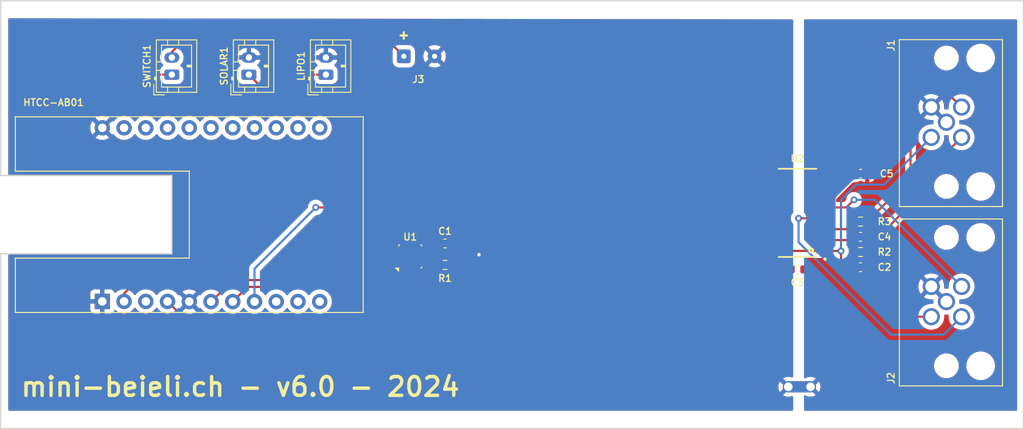
<source format=kicad_pcb>
(kicad_pcb
	(version 20240108)
	(generator "pcbnew")
	(generator_version "8.0")
	(general
		(thickness 1.6)
		(legacy_teardrops no)
	)
	(paper "A4")
	(layers
		(0 "F.Cu" signal)
		(31 "B.Cu" signal)
		(32 "B.Adhes" user "B.Adhesive")
		(33 "F.Adhes" user "F.Adhesive")
		(34 "B.Paste" user)
		(35 "F.Paste" user)
		(36 "B.SilkS" user "B.Silkscreen")
		(37 "F.SilkS" user "F.Silkscreen")
		(38 "B.Mask" user)
		(39 "F.Mask" user)
		(40 "Dwgs.User" user "User.Drawings")
		(41 "Cmts.User" user "User.Comments")
		(42 "Eco1.User" user "User.Eco1")
		(43 "Eco2.User" user "User.Eco2")
		(44 "Edge.Cuts" user)
		(45 "Margin" user)
		(46 "B.CrtYd" user "B.Courtyard")
		(47 "F.CrtYd" user "F.Courtyard")
		(48 "B.Fab" user)
		(49 "F.Fab" user)
	)
	(setup
		(stackup
			(layer "F.SilkS"
				(type "Top Silk Screen")
			)
			(layer "F.Paste"
				(type "Top Solder Paste")
			)
			(layer "F.Mask"
				(type "Top Solder Mask")
				(thickness 0.01)
			)
			(layer "F.Cu"
				(type "copper")
				(thickness 0.035)
			)
			(layer "dielectric 1"
				(type "core")
				(thickness 1.51)
				(material "FR4")
				(epsilon_r 4.5)
				(loss_tangent 0.02)
			)
			(layer "B.Cu"
				(type "copper")
				(thickness 0.035)
			)
			(layer "B.Mask"
				(type "Bottom Solder Mask")
				(thickness 0.01)
			)
			(layer "B.Paste"
				(type "Bottom Solder Paste")
			)
			(layer "B.SilkS"
				(type "Bottom Silk Screen")
			)
			(copper_finish "None")
			(dielectric_constraints no)
		)
		(pad_to_mask_clearance 0)
		(allow_soldermask_bridges_in_footprints no)
		(aux_axis_origin 40 82.355)
		(grid_origin 40 82.355)
		(pcbplotparams
			(layerselection 0x00010f0_ffffffff)
			(plot_on_all_layers_selection 0x0000000_00000000)
			(disableapertmacros no)
			(usegerberextensions yes)
			(usegerberattributes no)
			(usegerberadvancedattributes no)
			(creategerberjobfile no)
			(dashed_line_dash_ratio 12.000000)
			(dashed_line_gap_ratio 3.000000)
			(svgprecision 4)
			(plotframeref no)
			(viasonmask no)
			(mode 1)
			(useauxorigin no)
			(hpglpennumber 1)
			(hpglpenspeed 20)
			(hpglpendiameter 15.000000)
			(pdf_front_fp_property_popups yes)
			(pdf_back_fp_property_popups yes)
			(dxfpolygonmode yes)
			(dxfimperialunits yes)
			(dxfusepcbnewfont yes)
			(psnegative no)
			(psa4output no)
			(plotreference yes)
			(plotvalue yes)
			(plotfptext yes)
			(plotinvisibletext no)
			(sketchpadsonfab no)
			(subtractmaskfromsilk no)
			(outputformat 1)
			(mirror no)
			(drillshape 0)
			(scaleselection 1)
			(outputdirectory "../pcbway-5.1/gerber/")
		)
	)
	(net 0 "")
	(net 1 "GND")
	(net 2 "/AGND")
	(net 3 "VS")
	(net 4 "/A_GREEN")
	(net 5 "/A_WHITE")
	(net 6 "/B_GREEN")
	(net 7 "/B_WHITE")
	(net 8 "/SDA")
	(net 9 "/SCL")
	(net 10 "/VEXT")
	(net 11 "/GPIO0")
	(net 12 "/AB_RED")
	(net 13 "Net-(U2-VIN1N)")
	(net 14 "Net-(U2-VIN1P)")
	(net 15 "Net-(U2-VBG)")
	(net 16 "unconnected-(HTCC-AB01-MISO-Pad19)")
	(net 17 "unconnected-(HTCC-AB01-VDD-Pad3)")
	(net 18 "unconnected-(HTCC-AB01-TX-Pad17)")
	(net 19 "unconnected-(HTCC-AB01-ADC-Pad12)")
	(net 20 "unconnected-(HTCC-AB01-GPIO5-Pad10)")
	(net 21 "unconnected-(HTCC-AB01-GPIO2-Pad14)")
	(net 22 "unconnected-(HTCC-AB01-VIN-Pad21)")
	(net 23 "unconnected-(HTCC-AB01-MOSI-Pad20)")
	(net 24 "unconnected-(HTCC-AB01-GPIO4-Pad9)")
	(net 25 "unconnected-(HTCC-AB01-RX-Pad16)")
	(net 26 "unconnected-(HTCC-AB01-GPIO3-Pad15)")
	(net 27 "unconnected-(HTCC-AB01-SCK-Pad18)")
	(net 28 "unconnected-(HTCC-AB01-GPIO1-Pad13)")
	(net 29 "unconnected-(HTCC-AB01-RST-Pad11)")
	(net 30 "Net-(J3-Pin_1)")
	(net 31 "Net-(LIPO1-Pin_1)")
	(net 32 "Net-(U1-SDO)")
	(net 33 "unconnected-(U2-XOUT-Pad11)")
	(net 34 "unconnected-(U2-XIN-Pad10)")
	(footprint "Capacitor_SMD:C_0603_1608Metric" (layer "F.Cu") (at 140.462 63.5))
	(footprint "T4145015051-001:T4145015051-001" (layer "F.Cu") (at 150.495 46.56 90))
	(footprint "T4145015051-001:T4145015051-001" (layer "F.Cu") (at 150.495 67.515 90))
	(footprint "Resistor_SMD:R_0603_1608Metric" (layer "F.Cu") (at 140.462 61.722))
	(footprint "Connector_JST:JST_PH_B2B-PH-K_1x02_P2.00mm_Vertical" (layer "F.Cu") (at 69 41 90))
	(footprint "NetTie:NetTie-2_THT_Pad1.0mm" (layer "F.Cu") (at 134.62 77.47 180))
	(footprint "Capacitor_SMD:C_0603_1608Metric" (layer "F.Cu") (at 140.462 52.578))
	(footprint "Capacitor_SMD:C_0603_1608Metric" (layer "F.Cu") (at 140.462 59.944))
	(footprint "Resistor_SMD:R_0603_1608Metric" (layer "F.Cu") (at 140.462 58.166))
	(footprint "Capacitor_SMD:C_0603_1608Metric" (layer "F.Cu") (at 133.096 63.754))
	(footprint "Capacitor_SMD:C_0603_1608Metric" (layer "F.Cu") (at 91.916 60.722))
	(footprint "Resistor_SMD:R_0603_1608Metric" (layer "F.Cu") (at 91.916 63.232))
	(footprint "Package_LGA:Bosch_LGA-8_2.5x2.5mm_P0.65mm_ClockwisePinNumbering" (layer "F.Cu") (at 87.852 62.246 90))
	(footprint "HTCC-AB01:HTCC-AB01" (layer "F.Cu") (at 62.038 57.355 90))
	(footprint "nau7802:SOIC127P700X210-16N" (layer "F.Cu") (at 133.096 57.15 180))
	(footprint "Connector_Wire:SolderWire-0.1sqmm_1x02_P3.6mm_D0.4mm_OD1mm" (layer "F.Cu") (at 87.1 38.855))
	(footprint "Connector_JST:JST_PH_B2B-PH-K_1x02_P2.00mm_Vertical" (layer "F.Cu") (at 78 41 90))
	(footprint "Connector_JST:JST_PH_B2B-PH-K_1x02_P2.00mm_Vertical" (layer "F.Cu") (at 60 41 90))
	(gr_line
		(start 40 82.355)
		(end 40 61.927)
		(stroke
			(width 0.15)
			(type solid)
		)
		(layer "Edge.Cuts")
		(uuid "00000000-0000-0000-0000-00005f48ebd2")
	)
	(gr_line
		(start 40 52.783)
		(end 40 32.355)
		(stroke
			(width 0.15)
			(type solid)
		)
		(layer "Edge.Cuts")
		(uuid "00000000-0000-0000-0000-00005f53bbb4")
	)
	(gr_line
		(start 40 52.783)
		(end 60 52.783)
		(stroke
			(width 0.15)
			(type solid)
		)
		(layer "Edge.Cuts")
		(uuid "00000000-0000-0000-0000-00005f53bbc4")
	)
	(gr_line
		(start 40 61.927)
		(end 60 61.927)
		(stroke
			(width 0.15)
			(type solid)
		)
		(layer "Edge.Cuts")
		(uuid "00000000-0000-0000-0000-00005f53bbd2")
	)
	(gr_line
		(start 60 61.927)
		(end 60 52.783)
		(stroke
			(width 0.15)
			(type solid)
		)
		(layer "Edge.Cuts")
		(uuid "00000000-0000-0000-0000-00005f53bbdc")
	)
	(gr_line
		(start 159.5 82.355)
		(end 40 82.355)
		(stroke
			(width 0.15)
			(type solid)
		)
		(layer "Edge.Cuts")
		(uuid "a4f594fa-9816-4830-bfb5-c2928fbc2f05")
	)
	(gr_line
		(start 159.5 32.355)
		(end 159.5 82.355)
		(stroke
			(width 0.15)
			(type solid)
		)
		(layer "Edge.Cuts")
		(uuid "aae3e431-f32d-4831-b4b5-c5c9dfe1abe2")
	)
	(gr_line
		(start 40 32.355)
		(end 159.5 32.355)
		(stroke
			(width 0.15)
			(type solid)
		)
		(layer "Edge.Cuts")
		(uuid "b327b9da-90f7-4d21-a730-14b5fc667ece")
	)
	(gr_text "mini-beieli.ch - v6.0 - 2024"
		(at 68 77.47 0)
		(layer "F.SilkS")
		(uuid "00000000-0000-0000-0000-00005f538405")
		(effects
			(font
				(size 2.2 2.2)
				(thickness 0.4)
			)
		)
	)
	(gr_text "+"
		(at 87.1 36.355 0)
		(layer "F.SilkS")
		(uuid "eb995510-27b5-4348-b3d2-2b5a38fc3b98")
		(effects
			(font
				(size 1 1)
				(thickness 0.25)
			)
		)
	)
	(segment
		(start 92.691 60.722)
		(end 94.567 60.722)
		(width 0.25)
		(layer "F.Cu")
		(net 1)
		(uuid "169bdd91-cb70-42b0-b786-e4aa76380d25")
	)
	(segment
		(start 87.880588 63.221)
		(end 88.530588 62.571)
		(width 0.25)
		(layer "F.Cu")
		(net 1)
		(uuid "5d780b17-ec68-457e-a39f-60bf42fa80f7")
	)
	(segment
		(start 88.530588 62.571)
		(end 88.877 62.571)
		(width 0.25)
		(layer "F.Cu")
		(net 1)
		(uuid "6ba63b03-9c5d-4a91-9a00-a813b740e0e3")
	)
	(segment
		(start 86.827 63.221)
		(end 87.880588 63.221)
		(width 0.25)
		(layer "F.Cu")
		(net 1)
		(uuid "8e1ab2ab-0011-44fc-988c-2c11cb56388e")
	)
	(segment
		(start 94.567 60.722)
		(end 95.88 62.035)
		(width 0.25)
		(layer "F.Cu")
		(net 1)
		(uuid "9c0089a8-40cf-47c1-9414-3530f6becf32")
	)
	(via
		(at 95.88 62.035)
		(size 0.8)
		(drill 0.4)
		(layers "F.Cu" "B.Cu")
		(free yes)
		(net 1)
		(uuid "a302daac-4165-4173-9805-2eb058d56334")
	)
	(segment
		(start 54.418 66.582)
		(end 54.418 67.495)
		(width 0.25)
		(layer "F.Cu")
		(net 3)
		(uuid "09d2570d-6526-45b6-815b-c779a62e384f")
	)
	(segment
		(start 72.355 44.355)
		(end 78.4 44.355)
		(width 0.25)
		(layer "F.Cu")
		(net 3)
		(uuid "12e608a3-dbd2-4cdc-af11-7310f9ad38d0")
	)
	(segment
		(start 80 51.5)
		(end 67.5 64)
		(width 0.25)
		(layer "F.Cu")
		(net 3)
		(uuid "477e9cda-46a3-4caa-971a-a5c43394d7ec")
	)
	(segment
		(start 80 45.955)
		(end 80 51.5)
		(width 0.25)
		(layer "F.Cu")
		(net 3)
		(uuid "7b04f8d7-09e3-435b-9957-4095460604a1")
	)
	(segment
		(start 69 41)
		(end 72.355 44.355)
		(width 0.25)
		(layer "F.Cu")
		(net 3)
		(uuid "a88284d0-44d0-4810-b804-9667e39b4620")
	)
	(segment
		(start 67.5 64)
		(end 57 64)
		(width 0.25)
		(layer "F.Cu")
		(net 3)
		(uuid "bf38396a-13ac-4f0b-946a-aa60191bad72")
	)
	(segment
		(start 57 64)
		(end 54.418 66.582)
		(width 0.25)
		(layer "F.Cu")
		(net 3)
		(uuid "f59159e1-ba38-4453-b646-d3c42f09feff")
	)
	(segment
		(start 78.4 44.355)
		(end 80 45.955)
		(width 0.25)
		(layer "F.Cu")
		(net 3)
		(uuid "fccb21cd-2a4b-4b11-9885-683148342b1c")
	)
	(segment
		(start 146.304 43.942)
		(end 147.828 42.418)
		(width 0.25)
		(layer "F.Cu")
		(net 4)
		(uuid "41ace56c-372f-45cb-b10f-6f6a0f1f6a5a")
	)
	(segment
		(start 146.304 53.1115)
		(end 146.304 43.942)
		(width 0.25)
		(layer "F.Cu")
		(net 4)
		(uuid "81af99f0-9c71-4ec7-a44e-ff1adc8d3f78")
	)
	(segment
		(start 149.893 42.418)
		(end 152.265 44.79)
		(width 0.25)
		(layer "F.Cu")
		(net 4)
		(uuid "a813ef13-3867-433c-a088-e4fa17765290")
	)
	(segment
		(start 147.828 42.418)
		(end 149.893 42.418)
		(width 0.25)
		(layer "F.Cu")
		(net 4)
		(uuid "d5597e75-6bdb-46d5-aa02-8d4e7f02ad63")
	)
	(segment
		(start 141.2495 58.166)
		(end 146.304 53.1115)
		(width 0.25)
		(layer "F.Cu")
		(net 4)
		(uuid "e9dd064d-961c-4f03-8618-7d03ccc68596")
	)
	(segment
		(start 148.082 52.513)
		(end 152.265 48.33)
		(width 0.25)
		(layer "F.Cu")
		(net 5)
		(uuid "049f0d00-d529-4d53-b46d-d5eb60229e4a")
	)
	(segment
		(start 141.2495 61.247)
		(end 148.082 54.4145)
		(width 0.25)
		(layer "F.Cu")
		(net 5)
		(uuid "388fbb85-4d0c-4294-9796-aba739bf3e51")
	)
	(segment
		(start 141.2495 61.722)
		(end 141.2495 61.247)
		(width 0.25)
		(layer "F.Cu")
		(net 5)
		(uuid "c7ede46e-ecc0-4857-91ac-94802eb631ee")
	)
	(segment
		(start 148.082 54.4145)
		(end 148.082 52.513)
		(width 0.25)
		(layer "F.Cu")
		(net 5)
		(uuid "c7fbecf6-84f5-4657-bd38-5683e0a472ed")
	)
	(segment
		(start 139.7 55.626)
		(end 138.811 56.515)
		(width 0.25)
		(layer "F.Cu")
		(net 6)
		(uuid "7bcdb406-b534-414e-8c60-f0ac88342948")
	)
	(segment
		(start 138.811 56.515)
		(end 136.201 56.515)
		(width 0.25)
		(layer "F.Cu")
		(net 6)
		(uuid "d234b350-2c73-4846-9d82-e6a347df1f23")
	)
	(via
		(at 139.7 55.626)
		(size 0.8)
		(drill 0.4)
		(layers "F.Cu" "B.Cu")
		(net 6)
		(uuid "b4f0a201-635f-479b-8284-f538b597a626")
	)
	(segment
		(start 152.265 65.745)
		(end 142.146 55.626)
		(width 0.25)
		(layer "B.Cu")
		(net 6)
		(uuid "7001e2b8-491e-4333-b4d5-e85fd0eadec3")
	)
	(segment
		(start 142.146 55.626)
		(end 139.7 55.626)
		(width 0.25)
		(layer "B.Cu")
		(net 6)
		(uuid "ef45090f-f57f-43ad-84a2-d69a6cfc1375")
	)
	(segment
		(start 136.201 57.785)
		(end 133.223 57.785)
		(width 0.25)
		(layer "F.Cu")
		(net 7)
		(uuid "e536f03b-9a2d-45f8-a51d-cc8382e45a18")
	)
	(via
		(at 133.223 57.785)
		(size 0.8)
		(drill 0.4)
		(layers "F.Cu" "B.Cu")
		(net 7)
		(uuid "72b3577e-bf21-4991-afc7-d645967d9c99")
	)
	(segment
		(start 133.223 57.785)
		(end 133.223 60.579)
		(width 0.25)
		(layer "B.Cu")
		(net 7)
		(uuid "00a3d329-54d8-4853-84f2-adf9f3e6e4b8")
	)
	(segment
		(start 133.223 60.579)
		(end 144.018 71.374)
		(width 0.25)
		(layer "B.Cu")
		(net 7)
		(uuid "35d9aee8-cc01-422f-b3b1-2f8e36222ea3")
	)
	(segment
		(start 150.176 71.374)
		(end 152.265 69.285)
		(width 0.25)
		(layer "B.Cu")
		(net 7)
		(uuid "5320b30d-3dfc-4431-a381-0d2d41ff2403")
	)
	(segment
		(start 144.018 71.374)
		(end 150.176 71.374)
		(width 0.25)
		(layer "B.Cu")
		(net 7)
		(uuid "f2b470d4-b5c9-48f9-9d0f-626d82c4eb56")
	)
	(segment
		(start 89.245 59.055)
		(end 129.991 59.055)
		(width 0.25)
		(layer "F.Cu")
		(net 8)
		(uuid "33267436-b8f8-4a8e-a627-c4053585bb39")
	)
	(segment
		(start 72.2 65.8)
		(end 76.079 61.921)
		(width 0.25)
		(layer "F.Cu")
		(net 8)
		(uuid "5c855376-87da-42d6-8107-6a702ca501a7")
	)
	(segment
		(start 87.337001 61.771001)
		(end 87.402001 61.706001)
		(width 0.25)
		(layer "F.Cu")
		(net 8)
		(uuid "66b801b4-3dfd-432d-a86d-ba4619e617f7")
	)
	(segment
		(start 86.827 61.921)
		(end 86.827 61.771001)
		(width 0.25)
		(layer "F.Cu")
		(net 8)
		(uuid "6e00df57-5fac-459c-bd0e-30db7955a895")
	)
	(segment
		(start 68.833 65.8)
		(end 72.2 65.8)
		(width 0.25)
		(layer "F.Cu")
		(net 8)
		(uuid "9d4a9c81-2fd9-4564-9496-a085ab179b87")
	)
	(segment
		(start 87.402001 61.706001)
		(end 87.402001 60.897999)
		(width 0.25)
		(layer "F.Cu")
		(net 8)
		(uuid "c69331bb-5d14-4e9e-ab71-5d16367069ff")
	)
	(segment
		(start 87.402001 60.897999)
		(end 89.245 59.055)
		(width 0.25)
		(layer "F.Cu")
		(net 8)
		(uuid "d96167a4-c0d2-444f-b83f-a9df9522726b")
	)
	(segment
		(start 67.118 67.515)
		(end 68.833 65.8)
		(width 0.25)
		(layer "F.Cu")
		(net 8)
		(uuid "db9e05ca-b2d5-4862-b147-2540dc7d95bb")
	)
	(segment
		(start 86.827 61.771001)
		(end 87.337001 61.771001)
		(width 0.25)
		(layer "F.Cu")
		(net 8)
		(uuid "f281336d-5ebd-466d-8fc5-e347080298f0")
	)
	(segment
		(start 76.079 61.921)
		(end 86.827 61.921)
		(width 0.25)
		(layer "F.Cu")
		(net 8)
		(uuid "f2e7de11-5807-4dd1-b154-2dc90daa420b")
	)
	(segment
		(start 67.13641 65)
		(end 71 65)
		(width 0.25)
		(layer "F.Cu")
		(net 9)
		(uuid "10e3b525-59c4-4336-af09-90b4b86fafd2")
	)
	(segment
		(start 64.62141 67.515)
		(end 67.13641 65)
		(width 0.25)
		(layer "F.Cu")
		(net 9)
		(uuid "432783c9-c8b4-445a-9313-b43ae6a61ab6")
	)
	(segment
		(start 86.827 61.271)
		(end 86.827 60.173)
		(width 0.25)
		(layer "F.Cu")
		(net 9)
		(uuid "5ddfaaad-6e82-4b0e-8741-3b6072dead34")
	)
	(segment
		(start 89.215 57.785)
		(end 129.991 57.785)
		(width 0.25)
		(layer "F.Cu")
		(net 9)
		(uuid "6065bebc-8176-4433-a8a5-9f204c5e4832")
	)
	(segment
		(start 74.729 61.271)
		(end 86.827 61.271)
		(width 0.25)
		(layer "F.Cu")
		(net 9)
		(uuid "6a0f0eb4-2193-4380-bd02-c03f50a1db03")
	)
	(segment
		(start 86.827 60.173)
		(end 89.215 57.785)
		(width 0.25)
		(layer "F.Cu")
		(net 9)
		(uuid "88267fb9-731c-462a-934a-e3443593dbdf")
	)
	(segment
		(start 71 65)
		(end 74.729 61.271)
		(width 0.25)
		(layer "F.Cu")
		(net 9)
		(uuid "b94f8f45-b316-4944-9f47-f3a40dd7b103")
	)
	(segment
		(start 91.1285 63.232)
		(end 91.92851 64.03201)
		(width 0.25)
		(layer "F.Cu")
		(net 10)
		(uuid "09eb241b-ce6d-4695-8f0b-9fd3a309ec04")
	)
	(segment
		(start 86.827 62.571)
		(end 87.327 62.571)
		(width 0.25)
		(layer "F.Cu")
		(net 10)
		(uuid "20a88f6e-1502-40a6-b80d-eeb4163967cd")
	)
	(segment
		(start 91.1175 63.221)
		(end 91.1285 63.232)
		(width 0.25)
		(layer "F.Cu")
		(net 10)
		(uuid "21c27580-13c6-4e61-983b-33478285d095")
	)
	(segment
		(start 87.977 61.921)
		(end 88.877 61.921)
		(width 0.25)
		(layer "F.Cu")
		(net 10)
		(uuid "2260bae7-e33e-4be6-bcea-197acb3466e8")
	)
	(segment
		(start 87.977 61.160998)
		(end 88.415998 60.722)
		(width 0.25)
		(layer "F.Cu")
		(net 10)
		(uuid "4a396209-b6ff-4c45-806d-3345fbf711b2")
	)
	(segment
		(start 128.841 60.325)
		(end 129.991 60.325)
		(width 0.25)
		(layer "F.Cu")
		(net 10)
		(uuid "5904e056-a16d-458a-9003-6c6e6b06e475")
	)
	(segment
		(start 87.977 61.921)
		(end 87.977 61.160998)
		(width 0.25)
		(layer "F.Cu")
		(net 10)
		(uuid "5ac9f604-4573-4928-9811-03c19e898ac5")
	)
	(segment
		(start 86.466998 62.571)
		(end 86.827 62.571)
		(width 0.25)
		(layer "F.Cu")
		(net 10)
		(uuid "75d6ae97-1890-44cd-8640-1bc8b154ee63")
	)
	(segment
		(start 79.337998 69.7)
		(end 86.466998 62.571)
		(width 0.25)
		(layer "F.Cu")
		(net 10)
		(uuid "79aa5f72-a6bd-4bd9-bf08-0162d9913e9e")
	)
	(segment
		(start 88.415998 60.722)
		(end 91.1285 60.722)
		(width 0.25)
		(layer "F.Cu")
		(net 10)
		(uuid "7e8ceea2-b6e3-48e6-87d6-be0e939860bd")
	)
	(segment
		(start 91.92851 64.03201)
		(end 91.93201 64.03201)
		(width 0.25)
		(layer "F.Cu")
		(net 10)
		(uuid "84163b9e-4f7f-4a6d-b64a-cfe80022d265")
	)
	(segment
		(start 88.877 63.221)
		(end 91.1175 63.221)
		(width 0.25)
		(layer "F.Cu")
		(net 10)
		(uuid "adc7840e-7510-4abd-8b81-4bd96ad8a5bf")
	)
	(segment
		(start 88.877 61.921)
		(end 89.8175 61.921)
		(width 0.25)
		(layer "F.Cu")
		(net 10)
		(uuid "b13877fe-77ef-4011-8314-ee9f3c2355c6")
	)
	(segment
		(start 87.327 62.571)
		(end 87.977 61.921)
		(width 0.25)
		(layer "F.Cu")
		(net 10)
		(uuid "baec713e-66cf-44f7-b1da-32c3cabb91f4")
	)
	(segment
		(start 61.703 69.7)
		(end 79.337998 69.7)
		(width 0.25)
		(layer "F.Cu")
		(net 10)
		(uuid "beebb8a4-7fbc-43aa-aad4-af4ba6ac6280")
	)
	(segment
		(start 89.8175 61.921)
		(end 91.1285 63.232)
		(width 0.25)
		(layer "F.Cu")
		(net 10)
		(uuid "d3090af8-aded-48f2-837a-d45e9794280f")
	)
	(segment
		(start 92.9 65)
		(end 124.166 65)
		(width 0.25)
		(layer "F.Cu")
		(net 10)
		(uuid "d48d72d1-b07f-49cc-9d14-06b113f557a8")
	)
	(segment
		(start 124.166 65)
		(end 128.841 60.325)
		(width 0.25)
		(layer "F.Cu")
		(net 10)
		(uuid "e25ca819-5fc8-46c6-a9bc-bf213cab6f5c")
	)
	(segment
		(start 91.93201 64.03201)
		(end 92.9 65)
		(width 0.25)
		(layer "F.Cu")
		(net 10)
		(uuid "ee7df61b-e39a-431d-ab1d-5a35f31b7f52")
	)
	(segment
		(start 59.498 67.495)
		(end 61.703 69.7)
		(width 0.25)
		(layer "F.Cu")
		(net 10)
		(uuid "eec45530-12a4-44a5-863c-cd80fea24914")
	)
	(segment
		(start 129.991 56.515)
		(end 76.815 56.515)
		(width 0.25)
		(layer "F.Cu")
		(net 11)
		(uuid "b3ac1da0-15ae-47e5-b647-bb3235f39a19")
	)
	(via
		(at 76.815 56.515)
		(size 0.8)
		(drill 0.4)
		(layers "F.Cu" "B.Cu")
		(net 11)
		(uuid "44ece2f3-fc62-4d64-b03a-3d8f760609b8")
	)
	(segment
		(start 69.658 64.772)
		(end 69.658 63.672)
		(width 0.25)
		(layer "B.Cu")
		(net 11)
		(uuid "0ab5bc3d-7b0d-446a-a4f0-ba9948fd0581")
	)
	(segment
		(start 69.658 67.515)
		(end 69.658 64.772)
		(width 0.25)
		(layer "B.Cu")
		(net 11)
		(uuid "37fcd2f3-c28f-4366-be7f-94c542f70ddf")
	)
	(segment
		(start 69.658 63.672)
		(end 76.815 56.515)
		(width 0.25)
		(layer "B.Cu")
		(net 11)
		(uuid "a59ed8fa-a4d3-432a-8365-02ae4d6217a1")
	)
	(segment
		(start 131.572 63.754)
		(end 132.3085 63.754)
		(width 0.25)
		(layer "F.Cu")
		(net 12)
		(uuid "054075ca-0e92-4a11-97dc-57a6ab5ddd24")
	)
	(segment
		(start 138.938 63.5)
		(end 139.6745 63.5)
		(width 0.25)
		(layer "F.Cu")
		(net 12)
		(uuid "0e30578c-4449-4905-93f0-71cf7c9822be")
	)
	(segment
		(start 129.991 62.173)
		(end 131.572 63.754)
		(width 0.25)
		(layer "F.Cu")
		(net 12)
		(uuid "14e6e734-00de-46e8-bb2d-19ad352e6a70")
	)
	(segment
		(start 136.201 61.595)
		(end 137.7695 61.595)
		(width 0.25)
		(layer "F.Cu")
		(net 12)
		(uuid "4f9aa632-0e29-475b-8a14-f9cb5899da28")
	)
	(segment
		(start 138.176 62.738)
		(end 138.938 63.5)
		(width 0.25)
		(layer "F.Cu")
		(net 12)
		(uuid "532831b6-f3a0-4ac3-84a2-91858f9ae8a5")
	)
	(segment
		(start 138.176 61.60775)
		(end 138.176 62.738)
		(width 0.25)
		(layer "F.Cu")
		(net 12)
		(uuid "667369dc-4a11-404e-9640-cc3f6c0bd428")
	)
	(segment
		(start 145.4595 69.285)
		(end 148.725 69.285)
		(width 0.25)
		(layer "F.Cu")
		(net 12)
		(uuid "a21ab933-39d3-46b4-addd-c49650743661")
	)
	(segment
		(start 137.7695 61.595)
		(end 137.78225 61.60775)
		(width 0.25)
		(layer "F.Cu")
		(net 12)
		(uuid "b80d4be7-8c62-4857-b078-77e0f7a90edf")
	)
	(segment
		(start 139.6745 63.5)
		(end 145.4595 69.285)
		(width 0.25)
		(layer "F.Cu")
		(net 12)
		(uuid "d4028f63-13dc-4e16-a35c-bc7f7161aa2a")
	)
	(segment
		(start 129.991 61.595)
		(end 129.991 62.173)
		(width 0.25)
		(layer "F.Cu")
		(net 12)
		(uuid "ef1ee6d4-8f83-4d6e-947a-34f49ee63b46")
	)
	(segment
		(start 129.991 61.595)
		(end 136.201 61.595)
		(width 0.25)
		(layer "F.Cu")
		(net 12)
		(uuid "f65400c2-90fc-40ad-8632-497a934cb95f")
	)
	(via
		(at 138.176 61.60775)
		(size 0.8)
		(drill 0.4)
		(layers "F.Cu" "B.Cu")
		(net 12)
		(uuid "925b2d74-0e35-40f2-a00d-deb8276f077f")
	)
	(segment
		(start 138.176 61.60775)
		(end 138.176 55.626)
		(width 0.25)
		(layer "B.Cu")
		(net 12)
		(uuid "446bccf4-868c-419f-96c2-225d0df3735d")
	)
	(segment
		(start 138.176 55.626)
		(end 139.954 53.848)
		(width 0.25)
		(layer "B.Cu")
		(net 12)
		(uuid "4be8be88-4d5c-4c4c-ab55-bed3c576c1d4")
	)
	(segment
		(start 143.207 53.848)
		(end 148.725 48.33)
		(width 0.25)
		(layer "B.Cu")
		(net 12)
		(uuid "50fb460a-46fd-4105-8ad0-fb1fbb842da5")
	)
	(segment
		(start 139.954 53.848)
		(end 143.207 53.848)
		(width 0.25)
		(layer "B.Cu")
		(net 12)
		(uuid "e27ba909-5cb1-4301-b8d4-adb7016abd79")
	)
	(segment
		(start 139.6745 59.944)
		(end 139.6745 61.722)
		(width 0.25)
		(layer "F.Cu")
		(net 13)
		(uuid "2c26f89e-0f01-43df-be06-aaaf006021f3")
	)
	(segment
		(start 136.201 60.325)
		(end 139.2935 60.325)
		(width 0.25)
		(layer "F.Cu")
		(net 13)
		(uuid "b3bface0-5e99-4160-a886-ecf54be03160")
	)
	(segment
		(start 139.2935 60.325)
		(end 139.6745 59.944)
		(width 0.25)
		(layer "F.Cu")
		(net 13)
		(uuid "ca85dd50-12ea-47df-b958-cc47159c664d")
	)
	(segment
		(start 138.7855 59.055)
		(end 139.6745 58.166)
		(width 0.25)
		(layer "F.Cu")
		(net 14)
		(uuid "22aed87d-fb9f-4704-a2e3-056a537eec21")
	)
	(segment
		(start 136.201 59.055)
		(end 138.7855 59.055)
		(width 0.25)
		(layer "F.Cu")
		(net 14)
		(uuid "4814749b-900f-424f-974e-81a0239a1636")
	)
	(segment
		(start 139.6745 58.369)
		(end 141.2495 59.944)
		(width 0.25)
		(layer "F.Cu")
		(net 14)
		(uuid "8e661f47-294a-4ace-bf00-31b9965ceff6")
	)
	(segment
		(start 139.6745 58.166)
		(end 139.6745 58.369)
		(width 0.25)
		(layer "F.Cu")
		(net 14)
		(uuid "f8ccda83-1cfb-406f-be70-596ce54214c7")
	)
	(segment
		(start 136.201 55.245)
		(end 137.0075 55.245)
		(width 0.25)
		(layer "F.Cu")
		(net 15)
		(uuid "33b7ea5a-81ca-4bd1-932a-6c410418897d")
	)
	(segment
		(start 137.0075 55.245)
		(end 139.6745 52.578)
		(width 0.25)
		(layer "F.Cu")
		(net 15)
		(uuid "459f808a-f260-4f45-87b7-82da15318dd0")
	)
	(segment
		(start 60 36.055)
		(end 84.3 36.055)
		(width 0.25)
		(layer "F.Cu")
		(net 30)
		(uuid "050c7c22-8849-45b5-b77f-ddc46b43f83a")
	)
	(segment
		(start 60 41)
		(end 58.445 41)
		(width 0.25)
		(layer "F.Cu")
		(net 30)
		(uuid "1fb98642-a5ab-4323-ab38-eaa26d7ab9cc")
	)
	(segment
		(start 58.1 37.955)
		(end 60 36.055)
		(width 0.25)
		(layer "F.Cu")
		(net 30)
		(uuid "463f9727-9a0e-4b04-b0fe-2455f37002d5")
	)
	(segment
		(start 58.1 40.655)
		(end 58.1 37.955)
		(width 0.25)
		(layer "F.Cu")
		(net 30)
		(uuid "b812b487-d65b-4552-9177-6a9d2348be57")
	)
	(segment
		(start 58.445 41)
		(end 58.1 40.655)
		(width 0.25)
		(layer "F.Cu")
		(net 30)
		(uuid "cc89d59d-c8fa-4ac9-8d49-98b49dc43877")
	)
	(segment
		(start 84.3 36.055)
		(end 87.1 38.855)
		(width 0.25)
		(layer "F.Cu")
		(net 30)
		(uuid "f6115a2e-4fb9-4591-9641-aa83d2745435")
	)
	(segment
		(start 73.1 37.555)
		(end 76.545 41)
		(width 0.25)
		(layer "F.Cu")
		(net 31)
		(uuid "49b5b352-66ee-4ab2-ab9c-f91e2e8e5e4a")
	)
	(segment
		(start 76.545 41)
		(end 78 41)
		(width 0.25)
		(layer "F.Cu")
		(net 31)
		(uuid "5589b8b3-6d26-4958-9c1d-05269f03fb0c")
	)
	(segment
		(start 60.8 37.555)
		(end 73.1 37.555)
		(width 0.25)
		(layer "F.Cu")
		(net 31)
		(uuid "96dde38a-702f-4e58-b654-02115a78b87c")
	)
	(segment
		(start 60 38.355)
		(end 60.8 37.555)
		(width 0.25)
		(layer "F.Cu")
		(net 31)
		(uuid "9fc2f370-f51c-47ae-9337-3a556ab949bb")
	)
	(segment
		(start 60 39)
		(end 60 38.355)
		(width 0.25)
		(layer "F.Cu")
		(net 31)
		(uuid "b6c0ab8c-7222-43a5-a271-f27328d6a90c")
	)
	(segment
		(start 92.7035 63.232)
		(end 92.7035 62.7795)
		(width 0.25)
		(layer "F.Cu")
		(net 32)
		(uuid "2d978048-15db-4341-81c8-af457e40bda8")
	)
	(segment
		(start 88.877 61.271)
		(end 90.179 61.271)
		(width 0.25)
		(layer "F.Cu")
		(net 32)
		(uuid "a3c283d5-c726-4e9c-855a-6c2343d96932")
	)
	(segment
		(start 91.916 61.992)
		(end 90.9 61.992)
		(width 0.25)
		(layer "F.Cu")
		(net 32)
		(uuid "cecbd179-19be-485a-92ef-c593a3b113ee")
	)
	(segment
		(start 90.9 61.992)
		(end 90.179 61.271)
		(width 0.25)
		(layer "F.Cu")
		(net 32)
		(uuid "da8e5541-003e-4d09-a668-127f41e070c8")
	)
	(segment
		(start 92.7035 62.7795)
		(end 91.916 61.992)
		(width 0.25)
		(layer "F.Cu")
		(net 32)
		(uuid "e70a8996-5cde-4a73-a684-f23fc931e501")
	)
	(zone
		(net 2)
		(net_name "/AGND")
		(layer "F.Cu")
		(uuid "00000000-0000-0000-0000-00005fe76039")
		(hatch edge 0.508)
		(connect_pads
			(clearance 0.508)
		)
		(min_thickness 0.254)
		(filled_areas_thickness no)
		(fill yes
			(thermal_gap 0.508)
			(thermal_bridge_width 0.508)
		)
		(polygon
			(pts
				(xy 158.75 80.264) (xy 133.858 80.264) (xy 133.858 34.544) (xy 158.75 34.544)
			)
		)
		(filled_polygon
			(layer "F.Cu")
			(pts
				(xy 158.692121 34.564002) (xy 158.738614 34.617658) (xy 158.75 34.67) (xy 158.75 80.138) (xy 158.729998 80.206121)
				(xy 158.676342 80.252614) (xy 158.624 80.264) (xy 133.984 80.264) (xy 133.915879 80.243998) (xy 133.869386 80.190342)
				(xy 133.858 80.138) (xy 133.858 78.586408) (xy 133.878002 78.518287) (xy 133.931658 78.471794) (xy 134.001932 78.46169)
				(xy 134.05033 78.479281) (xy 134.101612 78.511033) (xy 134.101628 78.511041) (xy 134.301736 78.588564)
				(xy 134.301735 78.588564) (xy 134.512697 78.628) (xy 134.727303 78.628) (xy 134.938264 78.588564)
				(xy 135.13837 78.511042) (xy 135.138379 78.511037) (xy 135.239325 78.448534) (xy 134.744948 77.954157)
				(xy 134.812993 77.935925) (xy 134.927007 77.870099) (xy 135.020099 77.777007) (xy 135.085925 77.662993)
				(xy 135.104158 77.594947) (xy 135.601308 78.092097) (xy 135.608769 78.082219) (xy 135.704429 77.890107)
				(xy 135.763159 77.683692) (xy 135.763159 77.683688) (xy 135.782961 77.470004) (xy 135.782961 77.469995)
				(xy 135.763159 77.256311) (xy 135.763159 77.256307) (xy 135.704429 77.04989) (xy 135.704428 77.049888)
				(xy 135.608768 76.857779) (xy 135.601308 76.847901) (xy 135.104157 77.345051) (xy 135.085925 77.277007)
				(xy 135.020099 77.162993) (xy 134.927007 77.069901) (xy 134.812993 77.004075) (xy 134.744947 76.985841)
				(xy 135.239325 76.491464) (xy 135.138376 76.42896) (xy 135.138369 76.428957) (xy 134.938263 76.351435)
				(xy 134.938264 76.351435) (xy 134.727303 76.312) (xy 134.512697 76.312) (xy 134.301735 76.351435)
				(xy 134.101628 76.428958) (xy 134.101615 76.428964) (xy 134.050329 76.460719) (xy 133.981882 76.479573)
				(xy 133.914107 76.458429) (xy 133.868523 76.403999) (xy 133.858 76.353591) (xy 133.858 74.900843)
				(xy 149.0445 74.900843) (xy 149.0445 75.129157) (xy 149.080216 75.35466) (xy 149.150769 75.571799)
				(xy 149.245465 75.75765) (xy 149.254423 75.775231) (xy 149.388622 75.959939) (xy 149.55006 76.121377)
				(xy 149.671404 76.209539) (xy 149.734772 76.255579) (xy 149.938201 76.359231) (xy 150.15534 76.429784)
				(xy 150.380843 76.4655) (xy 150.380846 76.4655) (xy 150.609154 76.4655) (xy 150.609157 76.4655)
				(xy 150.83466 76.429784) (xy 151.051799 76.359231) (xy 151.255228 76.255579) (xy 151.439937 76.121379)
				(xy 151.601379 75.959937) (xy 151.735579 75.775228) (xy 151.839231 75.571799) (xy 151.909784 75.35466)
				(xy 151.9455 75.129157) (xy 151.9455 74.905179) (xy 152.8195 74.905179) (xy 152.8195 75.12482) (xy 152.848166 75.342568)
				(xy 152.848168 75.342575) (xy 152.905014 75.554727) (xy 152.912086 75.5718) (xy 152.989063 75.757641)
				(xy 152.989068 75.75765) (xy 153.098881 75.947851) (xy 153.232585 76.122098) (xy 153.232604 76.122119)
				(xy 153.38788 76.277395) (xy 153.38789 76.277404) (xy 153.387896 76.27741) (xy 153.387899 76.277412)
				(xy 153.387901 76.277414) (xy 153.562148 76.411118) (xy 153.625548 76.447722) (xy 153.752355 76.520935)
				(xy 153.955273 76.604986) (xy 154.167425 76.661832) (xy 154.167429 76.661832) (xy 154.167431 76.661833)
				(xy 154.223552 76.669221) (xy 154.385182 76.6905) (xy 154.385189 76.6905) (xy 154.604811 76.6905)
				(xy 154.604818 76.6905) (xy 154.801614 76.664591) (xy 154.822568 76.661833) (xy 154.822568 76.661832)
				(xy 154.822575 76.661832) (xy 155.034727 76.604986) (xy 155.237645 76.520935) (xy 155.427855 76.411116)
				(xy 155.602104 76.27741) (xy 155.75741 76.122104) (xy 155.891116 75.947855) (xy 156.000935 75.757645)
				(xy 156.084986 75.554727) (xy 156.141832 75.342575) (xy 156.1705 75.124818) (xy 156.1705 74.905182)
				(xy 156.141832 74.687425) (xy 156.084986 74.475273) (xy 156.000935 74.272355) (xy 155.891116 74.082145)
				(xy 155.75741 73.907896) (xy 155.757404 73.90789) (xy 155.757395 73.90788) (xy 155.602119 73.752604)
				(xy 155.602098 73.752585) (xy 155.427851 73.618881) (xy 155.23765 73.509068) (xy 155.237641 73.509063)
				(xy 155.145702 73.470981) (xy 155.034727 73.425014) (xy 154.822575 73.368168) (xy 154.822568 73.368166)
				(xy 154.60482 73.3395) (xy 154.604818 73.3395) (xy 154.385182 73.3395) (xy 154.385179 73.3395) (xy 154.167431 73.368166)
				(xy 153.955273 73.425014) (xy 153.752358 73.509063) (xy 153.752349 73.509068) (xy 153.562148 73.618881)
				(xy 153.387901 73.752585) (xy 153.38788 73.752604) (xy 153.232604 73.90788) (xy 153.232585 73.907901)
				(xy 153.098881 74.082148) (xy 152.989068 74.272349) (xy 152.989063 74.272358) (xy 152.905014 74.475273)
				(xy 152.848166 74.687431) (xy 152.8195 74.905179) (xy 151.9455 74.905179) (xy 151.9455 74.900843)
				(xy 151.909784 74.67534) (xy 151.839231 74.458201) (xy 151.735579 74.254772) (xy 151.601379 74.070063)
				(xy 151.601377 74.07006) (xy 151.439939 73.908622) (xy 151.255231 73.774423) (xy 151.25523 73.774422)
				(xy 151.255228 73.774421) (xy 151.051799 73.670769) (xy 150.83466 73.600216) (xy 150.609157 73.5645)
				(xy 150.380843 73.5645) (xy 150.15534 73.600216) (xy 150.155337 73.600216) (xy 150.155336 73.600217)
				(xy 149.938201 73.670769) (xy 149.938199 73.67077) (xy 149.734768 73.774423) (xy 149.55006 73.908622)
				(xy 149.388622 74.07006) (xy 149.254423 74.254768) (xy 149.15077 74.458199) (xy 149.150769 74.458201)
				(xy 149.080216 74.67534) (xy 149.0445 74.900843) (xy 133.858 74.900843) (xy 133.858 64.863) (xy 133.878002 64.794879)
				(xy 133.931658 64.748386) (xy 133.984 64.737) (xy 134.144853 64.737) (xy 134.144852 64.736999) (xy 134.245229 64.726744)
				(xy 134.245241 64.726742) (xy 134.407884 64.672847) (xy 134.553728 64.58289) (xy 134.553734 64.582885)
				(xy 134.674885 64.461734) (xy 134.67489 64.461728) (xy 134.764847 64.315884) (xy 134.818742 64.153241)
				(xy 134.818744 64.153229) (xy 134.828999 64.052852) (xy 134.829 64.052852) (xy 134.829 64.008) (xy 133.858 64.008)
				(xy 133.858 63.5) (xy 134.829 63.5) (xy 134.829 63.455147) (xy 134.818744 63.35477) (xy 134.818742 63.354758)
				(xy 134.764847 63.192115) (xy 134.67489 63.046271) (xy 134.674885 63.046265) (xy 134.553734 62.925114)
				(xy 134.553728 62.925109) (xy 134.407884 62.835152) (xy 134.245241 62.781257) (xy 134.245229 62.781255)
				(xy 134.144852 62.771) (xy 133.984 62.771) (xy 133.915879 62.750998) (xy 133.869386 62.697342) (xy 133.858 62.645)
				(xy 133.858 62.3545) (xy 133.878002 62.286379) (xy 133.931658 62.239886) (xy 133.984 62.2285) (xy 134.837417 62.2285)
				(xy 134.905538 62.248502) (xy 134.931025 62.272231) (xy 134.931367 62.27189) (xy 134.937736 62.278259)
				(xy 135.054792 62.365887) (xy 135.054794 62.365888) (xy 135.054796 62.365889) (xy 135.113875 62.387924)
				(xy 135.191795 62.416988) (xy 135.191803 62.41699) (xy 135.25235 62.423499) (xy 135.252355 62.423499)
				(xy 135.252362 62.4235) (xy 135.252368 62.4235) (xy 137.149632 62.4235) (xy 137.149638 62.4235)
				(xy 137.149645 62.423499) (xy 137.149649 62.423499) (xy 137.210196 62.41699) (xy 137.210199 62.416989)
				(xy 137.210201 62.416989) (xy 137.347204 62.365889) (xy 137.347209 62.365884) (xy 137.355118 62.361568)
				(xy 137.356801 62.364651) (xy 137.407458 62.345733) (xy 137.476839 62.360795) (xy 137.527062 62.410976)
				(xy 137.5425 62.471408) (xy 137.5425 62.675606) (xy 137.5425 62.800394) (xy 137.566845 62.922785)
				(xy 137.6146 63.038075) (xy 137.683929 63.141833) (xy 138.534167 63.992072) (xy 138.637925 64.061401)
				(xy 138.719447 64.095168) (xy 138.753215 64.109155) (xy 138.753217 64.109155) (xy 138.753219 64.109156)
				(xy 138.77746 64.113978) (xy 138.84037 64.146884) (xy 138.86012 64.171409) (xy 138.882713 64.208037)
				(xy 138.88272 64.208046) (xy 139.003953 64.329279) (xy 139.003959 64.329284) (xy 139.00396 64.329285)
				(xy 139.149899 64.419302) (xy 139.312664 64.473236) (xy 139.332756 64.475288) (xy 139.41312 64.4835)
				(xy 139.413128 64.4835) (xy 139.709906 64.4835) (xy 139.778027 64.503502) (xy 139.799001 64.520405)
				(xy 144.967429 69.688833) (xy 145.055667 69.777071) (xy 145.159425 69.8464) (xy 145.274715 69.894155)
				(xy 145.397106 69.9185) (xy 147.273435 69.9185) (xy 147.341556 69.938502) (xy 147.380865 69.978662)
				(xy 147.500824 70.174416) (xy 147.500825 70.174417) (xy 147.500826 70.174419) (xy 147.65503 70.354969)
				(xy 147.83558 70.509173) (xy 147.835584 70.509176) (xy 148.038037 70.63324) (xy 148.257406 70.724105)
				(xy 148.488289 70.779535) (xy 148.725 70.798165) (xy 148.961711 70.779535) (xy 149.192594 70.724105)
				(xy 149.411963 70.63324) (xy 149.614416 70.509176) (xy 149.794969 70.354969) (xy 149.949176 70.174416)
				(xy 150.07324 69.971963) (xy 150.164105 69.752594) (xy 150.219535 69.521711) (xy 150.238165 69.285)
				(xy 150.227759 69.152789) (xy 150.242355 69.083312) (xy 150.292197 69.032753) (xy 150.361462 69.017166)
				(xy 150.363257 69.017294) (xy 150.494999 69.027662) (xy 150.626742 69.017294) (xy 150.696222 69.03189)
				(xy 150.746781 69.081732) (xy 150.762368 69.150997) (xy 150.76224 69.152791) (xy 150.751835 69.284999)
				(xy 150.770465 69.52171) (xy 150.825894 69.752592) (xy 150.916759 69.971961) (xy 151.040825 70.174417)
				(xy 151.040826 70.174419) (xy 151.19503 70.354969) (xy 151.37558 70.509173) (xy 151.375584 70.509176)
				(xy 151.578037 70.63324) (xy 151.797406 70.724105) (xy 152.028289 70.779535) (xy 152.265 70.798165)
				(xy 152.501711 70.779535) (xy 152.732594 70.724105) (xy 152.951963 70.63324) (xy 153.154416 70.509176)
				(xy 153.334969 70.354969) (xy 153.489176 70.174416) (xy 153.61324 69.971963) (xy 153.704105 69.752594)
				(xy 153.759535 69.521711) (xy 153.778165 69.285) (xy 153.759535 69.048289) (xy 153.704105 68.817406)
				(xy 153.61324 68.598037) (xy 153.489176 68.395584) (xy 153.489173 68.39558) (xy 153.334969 68.21503)
				(xy 153.154419 68.060826) (xy 153.154417 68.060825) (xy 153.154416 68.060824) (xy 152.951963 67.93676)
				(xy 152.734234 67.846574) (xy 152.732592 67.845894) (xy 152.574651 67.807976) (xy 152.501711 67.790465)
				(xy 152.265 67.771835) (xy 152.264999 67.771835) (xy 152.132791 67.78224) (xy 152.063311 67.767644)
				(xy 152.012752 67.717801) (xy 151.997166 67.648536) (xy 151.997294 67.646742) (xy 152.007662 67.514999)
				(xy 151.997294 67.383257) (xy 152.01189 67.313777) (xy 152.061732 67.263217) (xy 152.130997 67.247631)
				(xy 152.132689 67.247751) (xy 152.265 67.258165) (xy 152.501711 67.239535) (xy 152.732594 67.184105)
				(xy 152.951963 67.09324) (xy 153.154416 66.969176) (xy 153.334969 66.814969) (xy 153.489176 66.634416)
				(xy 153.61324 66.431963) (xy 153.704105 66.212594) (xy 153.759535 65.981711) (xy 153.778165 65.745)
				(xy 153.759535 65.508289) (xy 153.704105 65.277406) (xy 153.61324 65.058037) (xy 153.489176 64.855584)
				(xy 153.489173 64.85558) (xy 153.334969 64.67503) (xy 153.154419 64.520826) (xy 153.154417 64.520825)
				(xy 153.154416 64.520824) (xy 152.951963 64.39676) (xy 152.789061 64.329284) (xy 152.732592 64.305894)
				(xy 152.574651 64.267976) (xy 152.501711 64.250465) (xy 152.265 64.231835) (xy 152.028289 64.250465)
				(xy 151.797407 64.305894) (xy 151.578038 64.396759) (xy 151.375582 64.520825) (xy 151.37558 64.520826)
				(xy 151.19503 64.67503) (xy 151.040826 64.85558) (xy 151.040825 64.855582) (xy 150.916759 65.058038)
				(xy 150.825894 65.277407) (xy 150.770465 65.508289) (xy 150.751835 65.745) (xy 150.76224 65.877207)
				(xy 150.747644 65.946687) (xy 150.697801 65.997247) (xy 150.628537 66.012833) (xy 150.626743 66.012705)
				(xy 150.495 66.002337) (xy 150.362751 66.012745) (xy 150.293271 65.998149) (xy 150.242712 65.948306)
				(xy 150.227126 65.879041) (xy 150.227254 65.877247) (xy 150.237662 65.744999) (xy 150.219039 65.508367)
				(xy 150.163628 65.277562) (xy 150.072791 65.058261) (xy 149.958102 64.871108) (xy 149.958101 64.871107)
				(xy 149.365966 65.463242) (xy 149.345332 65.413426) (xy 149.268726 65.298776) (xy 149.171224 65.201274)
				(xy 149.056574 65.124668) (xy 149.006755 65.104032) (xy 149.59889 64.511897) (xy 149.59889 64.511896)
				(xy 149.411738 64.397208) (xy 149.192437 64.306371) (xy 148.961632 64.25096) (xy 148.725 64.232337)
				(xy 148.488367 64.25096) (xy 148.257562 64.306371) (xy 148.038266 64.397206) (xy 147.851108 64.511897)
				(xy 147.851108 64.511898) (xy 148.443243 65.104033) (xy 148.393426 65.124668) (xy 148.278776 65.201274)
				(xy 148.181274 65.298776) (xy 148.104668 65.413426) (xy 148.084033 65.463243) (xy 147.491898 64.871108)
				(xy 147.491897 64.871108) (xy 147.377206 65.058266) (xy 147.286371 65.277562) (xy 147.23096 65.508367)
				(xy 147.212337 65.745) (xy 147.23096 65.981632) (xy 147.286371 66.212437) (xy 147.377208 66.431738)
				(xy 147.491896 66.61889) (xy 147.491897 66.61889) (xy 148.084032 66.026755) (xy 148.104668 66.076574)
				(xy 148.181274 66.191224) (xy 148.278776 66.288726) (xy 148.393426 66.365332) (xy 148.443242 66.385966)
				(xy 147.851107 66.978101) (xy 147.851108 66.978102) (xy 148.038261 67.092791) (xy 148.257562 67.183628)
				(xy 148.488367 67.239039) (xy 148.724999 67.257662) (xy 148.857247 67.247254) (xy 148.926727 67.26185)
				(xy 148.977286 67.311692) (xy 148.992873 67.380957) (xy 148.992745 67.382751) (xy 148.982337 67.515)
				(xy 148.992705 67.646743) (xy 148.978109 67.716223) (xy 148.928266 67.766782) (xy 148.859001 67.782368)
				(xy 148.857207 67.78224) (xy 148.725 67.771835) (xy 148.488289 67.790465) (xy 148.257407 67.845894)
				(xy 148.038038 67.936759) (xy 147.835582 68.060825) (xy 147.83558 68.060826) (xy 147.65503 68.21503)
				(xy 147.500826 68.39558) (xy 147.500825 68.395582) (xy 147.500824 68.395584) (xy 147.380865 68.591337)
				(xy 147.32822 68.638966) (xy 147.273435 68.6515) (xy 145.774094 68.6515) (xy 145.705973 68.631498)
				(xy 145.684999 68.614595) (xy 141.704539 64.634135) (xy 141.670513 64.571823) (xy 141.675578 64.501008)
				(xy 141.718125 64.444172) (xy 141.754002 64.425435) (xy 141.773887 64.418845) (xy 141.919728 64.32889)
				(xy 141.919734 64.328885) (xy 142.040885 64.207734) (xy 142.04089 64.207728) (xy 142.130847 64.061884)
				(xy 142.184742 63.899241) (xy 142.184744 63.899229) (xy 142.194999 63.798852) (xy 142.195 63.798852)
				(xy 142.195 63.754) (xy 141.109 63.754) (xy 141.040879 63.733998) (xy 140.994386 63.680342) (xy 140.983 63.628)
				(xy 140.983 63.372) (xy 141.003002 63.303879) (xy 141.056658 63.257386) (xy 141.109 63.246) (xy 142.195 63.246)
				(xy 142.195 63.201147) (xy 142.184744 63.10077) (xy 142.184742 63.100758) (xy 142.130847 62.938115)
				(xy 142.04089 62.792271) (xy 142.040885 62.792265) (xy 141.956391 62.707771) (xy 141.922365 62.645459)
				(xy 141.92743 62.574644) (xy 141.956391 62.529581) (xy 142.048811 62.43716) (xy 142.048816 62.437155)
				(xy 142.137827 62.289913) (xy 142.189013 62.125649) (xy 142.1955 62.054265) (xy 142.195499 61.389736)
				(xy 142.189013 61.318351) (xy 142.184361 61.303421) (xy 142.183192 61.232434) (xy 142.215559 61.176843)
				(xy 143.491559 59.900843) (xy 149.0445 59.900843) (xy 149.0445 60.129157) (xy 149.080216 60.35466)
				(xy 149.150769 60.571799) (xy 149.245465 60.75765) (xy 149.254423 60.775231) (xy 149.388622 60.959939)
				(xy 149.55006 61.121377) (xy 149.626399 61.176841) (xy 149.734772 61.255579) (xy 149.938201 61.359231)
				(xy 150.15534 61.429784) (xy 150.380843 61.4655) (xy 150.380846 61.4655) (xy 150.609154 61.4655)
				(xy 150.609157 61.4655) (xy 150.83466 61.429784) (xy 151.051799 61.359231) (xy 151.255228 61.255579)
				(xy 151.439937 61.121379) (xy 151.601379 60.959937) (xy 151.735579 60.775228) (xy 151.839231 60.571799)
				(xy 151.909784 60.35466) (xy 151.9455 60.129157) (xy 151.9455 59.905179) (xy 152.8195 59.905179)
				(xy 152.8195 60.12482) (xy 152.848166 60.342568) (xy 152.848168 60.342575) (xy 152.905014 60.554727)
				(xy 152.912086 60.5718) (xy 152.989063 60.757641) (xy 152.989068 60.75765) (xy 153.098881 60.947851)
				(xy 153.232585 61.122098) (xy 153.232604 61.122119) (xy 153.38788 61.277395) (xy 153.38789 61.277404)
				(xy 153.387896 61.27741) (xy 153.387899 61.277412) (xy 153.387901 61.277414) (xy 153.562148 61.411118)
				(xy 153.625548 61.447722) (xy 153.752355 61.520935) (xy 153.955273 61.604986) (xy 154.167425 61.661832)
				(xy 154.167429 61.661832) (xy 154.167431 61.661833) (xy 154.223552 61.669221) (xy 154.385182 61.6905)
				(xy 154.385189 61.6905) (xy 154.604811 61.6905) (xy 154.604818 61.6905) (xy 154.801614 61.664591)
				(xy 154.822568 61.661833) (xy 154.822568 61.661832) (xy 154.822575 61.661832) (xy 155.034727 61.604986)
				(xy 155.237645 61.520935) (xy 155.427855 61.411116) (xy 155.602104 61.27741) (xy 155.75741 61.122104)
				(xy 155.891116 60.947855) (xy 156.000935 60.757645) (xy 156.084986 60.554727) (xy 156.141832 60.342575)
				(xy 156.1705 60.124818) (xy 156.1705 59.905182) (xy 156.149221 59.743552) (xy 156.141833 59.687431)
				(xy 156.141832 59.687429) (xy 156.141832 59.687425) (xy 156.084986 59.475273) (xy 156.000935 59.272355)
				(xy 155.891116 59.082145) (xy 155.75741 58.907896) (xy 155.757404 58.90789) (xy 155.757395 58.90788)
				(xy 155.602119 58.752604) (xy 155.602098 58.752585) (xy 155.427851 58.618881) (xy 155.23765 58.509068)
				(xy 155.237641 58.509063) (xy 155.128524 58.463866) (xy 155.034727 58.425014) (xy 154.822575 58.368168)
				(xy 154.822568 58.368166) (xy 154.60482 58.3395) (xy 154.604818 58.3395) (xy 154.385182 58.3395)
				(xy 154.385179 58.3395) (xy 154.167431 58.368166) (xy 153.955273 58.425014) (xy 153.752358 58.509063)
				(xy 153.752349 58.509068) (xy 153.562148 58.618881) (xy 153.387901 58.752585) (xy 153.38788 58.752604)
				(xy 153.232604 58.90788) (xy 153.232585 58.907901) (xy 153.098881 59.082148) (xy 152.989068 59.272349)
				(xy 152.989063 59.272358) (xy 152.905014 59.475273) (xy 152.848166 59.687431) (xy 152.8195 59.905179)
				(xy 151.9455 59.905179) (xy 151.9455 59.900843) (xy 151.909784 59.67534) (xy 151.839231 59.458201)
				(xy 151.735579 59.254772) (xy 151.601379 59.070063) (xy 151.601377 59.07006) (xy 151.439939 58.908622)
				(xy 151.255231 58.774423) (xy 151.25523 58.774422) (xy 151.255228 58.774421) (xy 151.051799 58.670769)
				(xy 150.83466 58.600216) (xy 150.609157 58.5645) (xy 150.380843 58.5645) (xy 150.15534 58.600216)
				(xy 150.155337 58.600216) (xy 150.155336 58.600217) (xy 149.938201 58.670769) (xy 149.938199 58.67077)
				(xy 149.734768 58.774423) (xy 149.55006 58.908622) (xy 149.388622 59.07006) (xy 149.254423 59.254768)
				(xy 149.15077 59.458199) (xy 149.150769 59.458201) (xy 149.097807 59.621202) (xy 149.080216 59.67534)
				(xy 149.0445 59.900843) (xy 143.491559 59.900843) (xy 148.574071 54.818333) (xy 148.6434 54.714575)
				(xy 148.691155 54.599285) (xy 148.7155 54.476894) (xy 148.7155 54.352106) (xy 148.7155 53.945843)
				(xy 149.0445 53.945843) (xy 149.0445 54.174157) (xy 149.080216 54.39966) (xy 149.150769 54.616799)
				(xy 149.254421 54.820228) (xy 149.254423 54.820231) (xy 149.388622 55.004939) (xy 149.55006 55.166377)
				(xy 149.671265 55.254438) (xy 149.734772 55.300579) (xy 149.938201 55.404231) (xy 150.15534 55.474784)
				(xy 150.380843 55.5105) (xy 150.380846 55.5105) (xy 150.609154 55.5105) (xy 150.609157 55.5105)
				(xy 150.83466 55.474784) (xy 151.051799 55.404231) (xy 151.255228 55.300579) (xy 151.439937 55.166379)
				(xy 151.601379 55.004937) (xy 151.735579 54.820228) (xy 151.839231 54.616799) (xy 151.909784 54.39966)
				(xy 151.9455 54.174157) (xy 151.9455 53.950179) (xy 152.8195 53.950179) (xy 152.8195 54.16982) (xy 152.848166 54.387568)
				(xy 152.848168 54.387575) (xy 152.905014 54.599727) (xy 152.934909 54.6719) (xy 152.989063 54.802641)
				(xy 152.989068 54.80265) (xy 153.098881 54.992851) (xy 153.232585 55.167098) (xy 153.232604 55.167119)
				(xy 153.38788 55.322395) (xy 153.38789 55.322404) (xy 153.387896 55.32241) (xy 153.387899 55.322412)
				(xy 153.387901 55.322414) (xy 153.562148 55.456118) (xy 153.625548 55.492722) (xy 153.752355 55.565935)
				(xy 153.955273 55.649986) (xy 154.167425 55.706832) (xy 154.167429 55.706832) (xy 154.167431 55.706833)
				(xy 154.223552 55.714221) (xy 154.385182 55.7355) (xy 154.385189 55.7355) (xy 154.604811 55.7355)
				(xy 154.604818 55.7355) (xy 154.801614 55.709591) (xy 154.822568 55.706833) (xy 154.822568 55.706832)
				(xy 154.822575 55.706832) (xy 155.034727 55.649986) (xy 155.237645 55.565935) (xy 155.427855 55.456116)
				(xy 155.602104 55.32241) (xy 155.75741 55.167104) (xy 155.891116 54.992855) (xy 156.000935 54.802645)
				(xy 156.084986 54.599727) (xy 156.141832 54.387575) (xy 156.1705 54.169818) (xy 156.1705 53.950182)
				(xy 156.141832 53.732425) (xy 156.084986 53.520273) (xy 156.000935 53.317355) (xy 155.898471 53.139884)
				(xy 155.891118 53.127148) (xy 155.757414 52.952901) (xy 155.757412 52.952899) (xy 155.75741 52.952896)
				(xy 155.757404 52.95289) (xy 155.757395 52.95288) (xy 155.602119 52.797604) (xy 155.602098 52.797585)
				(xy 155.427851 52.663881) (xy 155.23765 52.554068) (xy 155.237641 52.554063) (xy 155.145702 52.515981)
				(xy 155.034727 52.470014) (xy 154.822575 52.413168) (xy 154.822568 52.413166) (xy 154.60482 52.3845)
				(xy 154.604818 52.3845) (xy 154.385182 52.3845) (xy 154.385179 52.3845) (xy 154.167431 52.413166)
				(xy 153.955273 52.470014) (xy 153.752358 52.554063) (xy 153.752349 52.554068) (xy 153.562148 52.663881)
				(xy 153.387901 52.797585) (xy 153.38788 52.797604) (xy 153.232604 52.95288) (xy 153.232585 52.952901)
				(xy 153.098881 53.127148) (xy 152.989068 53.317349) (xy 152.989065 53.317355) (xy 152.950038 53.411575)
				(xy 152.905014 53.520273) (xy 152.848166 53.732431) (xy 152.8195 53.950179) (xy 151.9455 53.950179)
				(xy 151.9455 53.945843) (xy 151.909784 53.72034) (xy 151.839231 53.503201) (xy 151.735579 53.299772)
				(xy 151.601379 53.115063) (xy 151.601377 53.11506) (xy 151.439939 52.953622) (xy 151.255231 52.819423)
				(xy 151.25523 52.819422) (xy 151.255228 52.819421) (xy 151.051799 52.715769) (xy 150.83466 52.645216)
				(xy 150.609157 52.6095) (xy 150.380843 52.6095) (xy 150.15534 52.645216) (xy 150.155337 52.645216)
				(xy 150.155336 52.645217) (xy 149.938201 52.715769) (xy 149.938199 52.71577) (xy 149.734768 52.819423)
				(xy 149.55006 52.953622) (xy 149.388622 53.11506) (xy 149.254423 53.299768) (xy 149.153775 53.497301)
				(xy 149.150769 53.503201) (xy 149.080216 53.72034) (xy 149.0445 53.945843) (xy 148.7155 53.945843)
				(xy 148.7155 52.827593) (xy 148.735502 52.759472) (xy 148.7524 52.738503) (xy 151.686541 49.804361)
				(xy 151.748851 49.770337) (xy 151.805045 49.770938) (xy 152.028289 49.824535) (xy 152.265 49.843165)
				(xy 152.501711 49.824535) (xy 152.732594 49.769105) (xy 152.951963 49.67824) (xy 153.154416 49.554176)
				(xy 153.334969 49.399969) (xy 153.489176 49.219416) (xy 153.61324 49.016963) (xy 153.704105 48.797594)
				(xy 153.759535 48.566711) (xy 153.778165 48.33) (xy 153.759535 48.093289) (xy 153.704105 47.862406)
				(xy 153.61324 47.643037) (xy 153.489176 47.440584) (xy 153.489173 47.44058) (xy 153.334969 47.26003)
				(xy 153.154419 47.105826) (xy 153.154417 47.105825) (xy 153.154416 47.105824) (xy 152.951963 46.98176)
				(xy 152.734234 46.891574) (xy 152.732592 46.890894) (xy 152.574651 46.852976) (xy 152.501711 46.835465)
				(xy 152.265 46.816835) (xy 152.264999 46.816835) (xy 152.132791 46.82724) (xy 152.063311 46.812644)
				(xy 152.012752 46.762801) (xy 151.997166 46.693536) (xy 151.997294 46.691742) (xy 152.007662 46.559999)
				(xy 151.997294 46.428257) (xy 152.01189 46.358777) (xy 152.061732 46.308217) (xy 152.130997 46.292631)
				(xy 152.132689 46.292751) (xy 152.265 46.303165) (xy 152.501711 46.284535) (xy 152.732594 46.229105)
				(xy 152.951963 46.13824) (xy 153.154416 46.014176) (xy 153.334969 45.859969) (xy 153.489176 45.679416)
				(xy 153.61324 45.476963) (xy 153.704105 45.257594) (xy 153.759535 45.026711) (xy 153.778165 44.79)
				(xy 153.759535 44.553289) (xy 153.704105 44.322406) (xy 153.61324 44.103037) (xy 153.489176 43.900584)
				(xy 153.489173 43.90058) (xy 153.334969 43.72003) (xy 153.154419 43.565826) (xy 153.154417 43.565825)
				(xy 153.154416 43.565824) (xy 152.951963 43.44176) (xy 152.887388 43.415012) (xy 152.732592 43.350894)
				(xy 152.574651 43.312976) (xy 152.501711 43.295465) (xy 152.265 43.276835) (xy 152.028289 43.295465)
				(xy 151.805049 43.349059) (xy 151.734142 43.345513) (xy 151.686541 43.315636) (xy 150.296835 41.925931)
				(xy 150.296833 41.925929) (xy 150.193075 41.8566) (xy 150.077785 41.808845) (xy 150.004086 41.794185)
				(xy 149.955396 41.7845) (xy 149.955394 41.7845) (xy 147.765606 41.7845) (xy 147.765603 41.7845)
				(xy 147.692568 41.799028) (xy 147.643215 41.808845) (xy 147.643213 41.808845) (xy 147.643212 41.808846)
				(xy 147.527923 41.856601) (xy 147.424171 41.925926) (xy 147.424164 41.925931) (xy 145.811931 43.538164)
				(xy 145.811926 43.538171) (xy 145.742601 43.641923) (xy 145.694846 43.757212) (xy 145.6705 43.879603)
				(xy 145.6705 52.796905) (xy 145.650498 52.865026) (xy 145.633595 52.886) (xy 141.373999 57.145595)
				(xy 141.311687 57.179621) (xy 141.284904 57.1825) (xy 141.029738 57.1825) (xy 140.958353 57.188986)
				(xy 140.958352 57.188986) (xy 140.794093 57.24017) (xy 140.794088 57.240172) (xy 140.646844 57.329184)
				(xy 140.646839 57.329188) (xy 140.551095 57.424933) (xy 140.488783 57.458959) (xy 140.417968 57.453894)
				(xy 140.372905 57.424933) (xy 140.27716 57.329188) (xy 140.277155 57.329184) (xy 140.129911 57.240172)
				(xy 140.129906 57.24017) (xy 139.965646 57.188986) (xy 139.913723 57.184268) (xy 139.894265 57.1825)
				(xy 139.894262 57.1825) (xy 139.379735 57.1825) (xy 139.351949 57.185025) (xy 139.282298 57.171268)
				(xy 139.231142 57.122038) (xy 139.214723 57.052966) (xy 139.238253 56.985982) (xy 139.251444 56.970459)
				(xy 139.650501 56.571402) (xy 139.712811 56.537379) (xy 139.739594 56.5345) (xy 139.795487 56.5345)
				(xy 139.982288 56.494794) (xy 140.156752 56.417118) (xy 140.311253 56.304866) (xy 140.43904 56.162944)
				(xy 140.534527 55.997556) (xy 140.593542 55.815928) (xy 140.613504 55.626) (xy 140.593542 55.436072)
				(xy 140.534527 55.254444) (xy 140.43904 55.089056) (xy 140.439038 55.089054) (xy 140.439034 55.089048)
				(xy 140.311255 54.947135) (xy 140.156752 54.834882) (xy 139.982288 54.757206) (xy 139.795487 54.7175)
				(xy 139.604513 54.7175) (xy 139.417711 54.757206) (xy 139.243247 54.834882) (xy 139.088744 54.947135)
				(xy 138.960965 55.089048) (xy 138.960958 55.089058) (xy 138.865476 55.254438) (xy 138.865473 55.254445)
				(xy 138.806457 55.436072) (xy 138.789092 55.601292) (xy 138.762079 55.666949) (xy 138.752878 55.677216)
				(xy 138.585501 55.844595) (xy 138.523189 55.87862) (xy 138.496405 55.8815) (xy 137.707145 55.8815)
				(xy 137.639024 55.861498) (xy 137.592531 55.807842) (xy 137.582427 55.737568) (xy 137.589089 55.711467)
				(xy 137.602989 55.674201) (xy 137.605593 55.649986) (xy 137.609499 55.613649) (xy 137.6095 55.613632)
				(xy 137.6095 55.591094) (xy 137.629502 55.522973) (xy 137.646405 55.501999) (xy 139.55 53.598405)
				(xy 139.612312 53.564379) (xy 139.639095 53.5615) (xy 139.96088 53.5615) (xy 140.033936 53.554035)
				(xy 140.061336 53.551236) (xy 140.224101 53.497302) (xy 140.37004 53.407285) (xy 140.37325 53.404074)
				(xy 140.435554 53.370045) (xy 140.50637 53.375101) (xy 140.551447 53.404067) (xy 140.554265 53.406885)
				(xy 140.554271 53.40689) (xy 140.700115 53.496847) (xy 140.862758 53.550742) (xy 140.86277 53.550744)
				(xy 140.963147 53.560999) (xy 140.963147 53.561) (xy 140.983 53.561) (xy 141.491 53.561) (xy 141.510853 53.561)
				(xy 141.510852 53.560999) (xy 141.611229 53.550744) (xy 141.611241 53.550742) (xy 141.773884 53.496847)
				(xy 141.919728 53.40689) (xy 141.919734 53.406885) (xy 142.040885 53.285734) (xy 142.04089 53.285728)
				(xy 142.130847 53.139884) (xy 142.184742 52.977241) (xy 142.184744 52.977229) (xy 142.194999 52.876852)
				(xy 142.195 52.876852) (xy 142.195 52.832) (xy 141.491 52.832) (xy 141.491 53.561) (xy 140.983 53.561)
				(xy 140.983 52.324) (xy 141.491 52.324) (xy 142.195 52.324) (xy 142.195 52.279147) (xy 142.184744 52.17877)
				(xy 142.184742 52.178758) (xy 142.130847 52.016115) (xy 142.04089 51.870271) (xy 142.040885 51.870265)
				(xy 141.919734 51.749114) (xy 141.919728 51.749109) (xy 141.773884 51.659152) (xy 141.611241 51.605257)
				(xy 141.611229 51.605255) (xy 141.510852 51.595) (xy 141.491 51.595) (xy 141.491 52.324) (xy 140.983 52.324)
				(xy 140.983 51.595) (xy 140.963147 51.595) (xy 140.86277 51.605255) (xy 140.862758 51.605257) (xy 140.700115 51.659152)
				(xy 140.554271 51.749109) (xy 140.554267 51.749112) (xy 140.551442 51.751938) (xy 140.549026 51.753256)
				(xy 140.548514 51.753662) (xy 140.548444 51.753574) (xy 140.489128 51.785959) (xy 140.418312 51.78089)
				(xy 140.373253 51.751928) (xy 140.37004 51.748715) (xy 140.224101 51.658698) (xy 140.061336 51.604764)
				(xy 140.061333 51.604763) (xy 139.96088 51.5945) (xy 139.960872 51.5945) (xy 139.413128 51.5945)
				(xy 139.41312 51.5945) (xy 139.312666 51.604763) (xy 139.149899 51.658698) (xy 139.003959 51.748715)
				(xy 139.003953 51.74872) (xy 138.88272 51.869953) (xy 138.882715 51.869959) (xy 138.792698 52.015899)
				(xy 138.738763 52.178666) (xy 138.7285 52.279119) (xy 138.7285 52.575905) (xy 138.708498 52.644026)
				(xy 138.691599 52.664995) (xy 138.241535 53.11506) (xy 137.797687 53.558908) (xy 137.735375 53.592933)
				(xy 137.664559 53.587868) (xy 137.607724 53.545321) (xy 137.590536 53.513844) (xy 137.551444 53.409036)
				(xy 137.547127 53.401129) (xy 137.550293 53.399399) (xy 137.531484 53.349075) (xy 137.546528 53.279691)
				(xy 137.547533 53.278125) (xy 137.551444 53.270963) (xy 137.602494 53.134093) (xy 137.608999 53.073597)
				(xy 137.609 53.073585) (xy 137.609 52.959) (xy 136.455 52.959) (xy 136.455 54.103) (xy 136.434998 54.171121)
				(xy 136.381342 54.217614) (xy 136.329 54.229) (xy 134.793 54.229) (xy 134.793 54.343597) (xy 134.799505 54.404093)
				(xy 134.850555 54.540964) (xy 134.854875 54.548876) (xy 134.851588 54.55067) (xy 134.870209 54.600604)
				(xy 134.855112 54.669977) (xy 134.853876 54.6719) (xy 134.85011 54.678797) (xy 134.799011 54.815795)
				(xy 134.799009 54.815803) (xy 134.7925 54.87635) (xy 134.7925 55.613649) (xy 134.799009 55.674196)
				(xy 134.799011 55.674204) (xy 134.85011 55.811202) (xy 134.854432 55.819118) (xy 134.851199 55.820882)
				(xy 134.869896 55.871018) (xy 134.854801 55.940392) (xy 134.854126 55.941441) (xy 134.85011 55.948797)
				(xy 134.799011 56.085795) (xy 134.799009 56.085803) (xy 134.7925 56.14635) (xy 134.7925 56.883649)
				(xy 134.799009 56.944196) (xy 134.79901 56.944197) (xy 134.812911 56.981467) (xy 134.817976 57.052283)
				(xy 134.783951 57.114595) (xy 134.721638 57.14862) (xy 134.694855 57.1515) (xy 133.984 57.1515)
				(xy 133.915879 57.131498) (xy 133.869386 57.077842) (xy 133.858 57.0255) (xy 133.858 53.073597)
				(xy 134.793 53.073597) (xy 134.799505 53.134093) (xy 134.850555 53.270964) (xy 134.854875 53.278876)
				(xy 134.85172 53.280598) (xy 134.870522 53.331033) (xy 134.855418 53.400405) (xy 134.854418 53.40196)
				(xy 134.850555 53.409035) (xy 134.799505 53.545906) (xy 134.793 53.606402) (xy 134.793 53.721) (xy 135.947 53.721)
				(xy 135.947 52.959) (xy 134.793 52.959) (xy 134.793 53.073597) (xy 133.858 53.073597) (xy 133.858 52.336402)
				(xy 134.793 52.336402) (xy 134.793 52.451) (xy 135.947 52.451) (xy 136.455 52.451) (xy 137.609 52.451)
				(xy 137.609 52.336414) (xy 137.608999 52.336402) (xy 137.602494 52.275906) (xy 137.551444 52.139035)
				(xy 137.551444 52.139034) (xy 137.463904 52.022095) (xy 137.346965 51.934555) (xy 137.210093 51.883505)
				(xy 137.149597 51.877) (xy 136.455 51.877) (xy 136.455 52.451) (xy 135.947 52.451) (xy 135.947 51.877)
				(xy 135.252402 51.877) (xy 135.191906 51.883505) (xy 135.055035 51.934555) (xy 135.055034 51.934555)
				(xy 134.938095 52.022095) (xy 134.850555 52.139034) (xy 134.850555 52.139035) (xy 134.799505 52.275906)
				(xy 134.793 52.336402) (xy 133.858 52.336402) (xy 133.858 38.945843) (xy 149.0445 38.945843) (xy 149.0445 39.174157)
				(xy 149.080216 39.39966) (xy 149.150769 39.616799) (xy 149.245465 39.80265) (xy 149.254423 39.820231)
				(xy 149.388622 40.004939) (xy 149.55006 40.166377) (xy 149.671404 40.254539) (xy 149.734772 40.300579)
				(xy 149.938201 40.404231) (xy 150.15534 40.474784) (xy 150.380843 40.5105) (xy 150.380846 40.5105)
				(xy 150.609154 40.5105) (xy 150.609157 40.5105) (xy 150.83466 40.474784) (xy 151.051799 40.404231)
				(xy 151.255228 40.300579) (xy 151.439937 40.166379) (xy 151.601379 40.004937) (xy 151.735579 39.820228)
				(xy 151.839231 39.616799) (xy 151.909784 39.39966) (xy 151.9455 39.174157) (xy 151.9455 38.950179)
				(xy 152.8195 38.950179) (xy 152.8195 39.16982) (xy 152.848166 39.387568) (xy 152.848168 39.387575)
				(xy 152.905014 39.599727) (xy 152.912086 39.6168) (xy 152.989063 39.802641) (xy 152.989068 39.80265)
				(xy 153.098881 39.992851) (xy 153.232585 40.167098) (xy 153.232604 40.167119) (xy 153.38788 40.322395)
				(xy 153.38789 40.322404) (xy 153.387896 40.32241) (xy 153.387899 40.322412) (xy 153.387901 40.322414)
				(xy 153.562148 40.456118) (xy 153.625548 40.492722) (xy 153.752355 40.565935) (xy 153.955273 40.649986)
				(xy 154.167425 40.706832) (xy 154.167429 40.706832) (xy 154.167431 40.706833) (xy 154.223552 40.714221)
				(xy 154.385182 40.7355) (xy 154.385189 40.7355) (xy 154.604811 40.7355) (xy 154.604818 40.7355)
				(xy 154.801614 40.709591) (xy 154.822568 40.706833) (xy 154.822568 40.706832) (xy 154.822575 40.706832)
				(xy 155.034727 40.649986) (xy 155.237645 40.565935) (xy 155.427855 40.456116) (xy 155.602104 40.32241)
				(xy 155.75741 40.167104) (xy 155.891116 39.992855) (xy 156.000935 39.802645) (xy 156.084986 39.599727)
				(xy 156.141832 39.387575) (xy 156.1705 39.169818) (xy 156.1705 38.950182) (xy 156.141832 38.732425)
				(xy 156.084986 38.520273) (xy 156.000935 38.317355) (xy 155.891116 38.127145) (xy 155.75741 37.952896)
				(xy 155.757404 37.95289) (xy 155.757395 37.95288) (xy 155.602119 37.797604) (xy 155.602098 37.797585)
				(xy 155.427851 37.663881) (xy 155.23765 37.554068) (xy 155.237641 37.554063) (xy 155.145702 37.515981)
				(xy 155.034727 37.470014) (xy 154.822575 37.413168) (xy 154.822568 37.413166) (xy 154.60482 37.3845)
				(xy 154.604818 37.3845) (xy 154.385182 37.3845) (xy 154.385179 37.3845) (xy 154.167431 37.413166)
				(xy 153.955273 37.470014) (xy 153.752358 37.554063) (xy 153.752349 37.554068) (xy 153.562148 37.663881)
				(xy 153.387901 37.797585) (xy 153.38788 37.797604) (xy 153.232604 37.95288) (xy 153.232585 37.952901)
				(xy 153.098881 38.127148) (xy 152.989068 38.317349) (xy 152.989063 38.317358) (xy 152.905014 38.520273)
				(xy 152.848166 38.732431) (xy 152.8195 38.950179) (xy 151.9455 38.950179) (xy 151.9455 38.945843)
				(xy 151.909784 38.72034) (xy 151.839231 38.503201) (xy 151.735579 38.299772) (xy 151.601379 38.115063)
				(xy 151.601377 38.11506) (xy 151.439939 37.953622) (xy 151.255231 37.819423) (xy 151.25523 37.819422)
				(xy 151.255228 37.819421) (xy 151.051799 37.715769) (xy 150.83466 37.645216) (xy 150.609157 37.6095)
				(xy 150.380843 37.6095) (xy 150.15534 37.645216) (xy 150.155337 37.645216) (xy 150.155336 37.645217)
				(xy 149.938201 37.715769) (xy 149.938199 37.71577) (xy 149.734768 37.819423) (xy 149.55006 37.953622)
				(xy 149.388622 38.11506) (xy 149.254423 38.299768) (xy 149.15077 38.503199) (xy 149.150769 38.503201)
				(xy 149.080216 38.72034) (xy 149.0445 38.945843) (xy 133.858 38.945843) (xy 133.858 34.67) (xy 133.878002 34.601879)
				(xy 133.931658 34.555386) (xy 133.984 34.544) (xy 158.624 34.544)
			)
		)
		(filled_polygon
			(layer "F.Cu")
			(pts
				(xy 150.213243 66.874032) (xy 150.163426 66.894668) (xy 150.048776 66.971274) (xy 149.951274 67.068776)
				(xy 149.874668 67.183426) (xy 149.854032 67.233243) (xy 149.236396 66.615607) (xy 149.236392 66.615601)
				(xy 149.006757 66.385966) (xy 149.056574 66.365332) (xy 149.171224 66.288726) (xy 149.268726 66.191224)
				(xy 149.345332 66.076574) (xy 149.365967 66.026756)
			)
		)
		(filled_polygon
			(layer "F.Cu")
			(pts
				(xy 147.301826 43.944243) (xy 147.358662 43.98679) (xy 147.383473 44.05331) (xy 147.374203 44.110517)
				(xy 147.286371 44.322562) (xy 147.23096 44.553367) (xy 147.212337 44.79) (xy 147.23096 45.026632)
				(xy 147.286371 45.257437) (xy 147.377208 45.476738) (xy 147.491896 45.66389) (xy 147.491898 45.66389)
				(xy 148.084032 45.071755) (xy 148.104668 45.121574) (xy 148.181274 45.236224) (xy 148.278776 45.333726)
				(xy 148.393426 45.410332) (xy 148.443242 45.430966) (xy 147.851107 46.023101) (xy 147.851108 46.023102)
				(xy 148.038261 46.137791) (xy 148.257562 46.228628) (xy 148.488367 46.284039) (xy 148.724999 46.302662)
				(xy 148.857247 46.292254) (xy 148.926727 46.30685) (xy 148.977286 46.356692) (xy 148.992873 46.425957)
				(xy 148.992745 46.427751) (xy 148.982337 46.56) (xy 148.992705 46.691743) (xy 148.978109 46.761223)
				(xy 148.928266 46.811782) (xy 148.859001 46.827368) (xy 148.857207 46.82724) (xy 148.725 46.816835)
				(xy 148.488289 46.835465) (xy 148.257407 46.890894) (xy 148.038038 46.981759) (xy 147.835582 47.105825)
				(xy 147.83558 47.105826) (xy 147.65503 47.26003) (xy 147.500826 47.44058) (xy 147.500825 47.440582)
				(xy 147.376759 47.643038) (xy 147.285894 47.862407) (xy 147.230465 48.093289) (xy 147.211835 48.33)
				(xy 147.230465 48.56671) (xy 147.285894 48.797592) (xy 147.376759 49.016961) (xy 147.500825 49.219417)
				(xy 147.500826 49.219419) (xy 147.65503 49.399969) (xy 147.83558 49.554173) (xy 147.835584 49.554176)
				(xy 148.038037 49.67824) (xy 148.257406 49.769105) (xy 148.488289 49.824535) (xy 148.725 49.843165)
				(xy 148.961711 49.824535) (xy 149.192594 49.769105) (xy 149.411963 49.67824) (xy 149.614416 49.554176)
				(xy 149.794969 49.399969) (xy 149.949176 49.219416) (xy 150.07324 49.016963) (xy 150.164105 48.797594)
				(xy 150.219535 48.566711) (xy 150.238165 48.33) (xy 150.227759 48.197789) (xy 150.242355 48.128312)
				(xy 150.292197 48.077753) (xy 150.361462 48.062166) (xy 150.363257 48.062294) (xy 150.494999 48.072662)
				(xy 150.626742 48.062294) (xy 150.696222 48.07689) (xy 150.746781 48.126732) (xy 150.762368 48.195997)
				(xy 150.76224 48.197791) (xy 150.751835 48.329999) (xy 150.770465 48.56671) (xy 150.82406 48.789949)
				(xy 150.820513 48.860857) (xy 150.790636 48.908458) (xy 147.678167 52.020929) (xy 147.589931 52.109164)
				(xy 147.589926 52.109171) (xy 147.520601 52.212923) (xy 147.472846 52.328212) (xy 147.4485 52.450603)
				(xy 147.4485 54.099905) (xy 147.428498 54.168026) (xy 147.411595 54.189) (xy 142.277321 59.323273)
				(xy 142.215009 59.357299) (xy 142.144194 59.352234) (xy 142.087358 59.309687) (xy 142.08099 59.300332)
				(xy 142.041285 59.23596) (xy 142.041282 59.235957) (xy 142.041279 59.235953) (xy 141.956744 59.151418)
				(xy 141.922718 59.089106) (xy 141.927783 59.018291) (xy 141.956744 58.973228) (xy 142.048811 58.88116)
				(xy 142.048816 58.881155) (xy 142.137827 58.733913) (xy 142.189013 58.569649) (xy 142.1955 58.498265)
				(xy 142.195499 58.168092) (xy 142.215501 58.099973) (xy 142.232399 58.079003) (xy 146.796071 53.515333)
				(xy 146.8654 53.411575) (xy 146.904426 53.317358) (xy 146.904427 53.317357) (xy 146.913152 53.296292)
				(xy 146.913151 53.296292) (xy 146.913155 53.296285) (xy 146.9375 53.173894) (xy 146.9375 44.256594)
				(xy 146.957502 44.188473) (xy 146.974399 44.167504) (xy 147.168702 43.973201) (xy 147.23101 43.939179)
			)
		)
		(filled_polygon
			(layer "F.Cu")
			(pts
				(xy 150.213243 45.919032) (xy 150.163426 45.939668) (xy 150.048776 46.016274) (xy 149.951274 46.113776)
				(xy 149.874668 46.228426) (xy 149.854032 46.278243) (xy 149.236396 45.660607) (xy 149.236392 45.660601)
				(xy 149.006757 45.430966) (xy 149.056574 45.410332) (xy 149.171224 45.333726) (xy 149.268726 45.236224)
				(xy 149.345332 45.121574) (xy 149.365967 45.071756)
			)
		)
		(filled_polygon
			(layer "F.Cu")
			(pts
				(xy 149.646527 43.071502) (xy 149.667501 43.088405) (xy 150.790636 44.211541) (xy 150.824662 44.273853)
				(xy 150.82406 44.33005) (xy 150.770465 44.553289) (xy 150.751835 44.79) (xy 150.76224 44.922207)
				(xy 150.747644 44.991687) (xy 150.697801 45.042247) (xy 150.628537 45.057833) (xy 150.626743 45.057705)
				(xy 150.495 45.047337) (xy 150.362751 45.057745) (xy 150.293271 45.043149) (xy 150.242712 44.993306)
				(xy 150.227126 44.924041) (xy 150.227254 44.922247) (xy 150.237662 44.789999) (xy 150.219039 44.553367)
				(xy 150.163628 44.322562) (xy 150.072791 44.103261) (xy 149.958102 43.916108) (xy 149.958101 43.916107)
				(xy 149.365966 44.508242) (xy 149.345332 44.458426) (xy 149.268726 44.343776) (xy 149.171224 44.246274)
				(xy 149.056574 44.169668) (xy 149.006755 44.149032) (xy 149.59889 43.556897) (xy 149.59889 43.556896)
				(xy 149.411738 43.442208) (xy 149.192437 43.351371) (xy 148.978537 43.300019) (xy 148.916968 43.264667)
				(xy 148.884285 43.20164) (xy 148.890866 43.130949) (xy 148.93462 43.075038) (xy 149.001656 43.051657)
				(xy 149.007951 43.0515) (xy 149.578406 43.0515)
			)
		)
	)
	(zone
		(net 1)
		(net_name "GND")
		(layers "F&B.Cu")
		(uuid "00000000-0000-0000-0000-00005fe76033")
		(hatch edge 0.508)
		(connect_pads
			(clearance 0.508)
		)
		(min_thickness 0.254)
		(filled_areas_thickness no)
		(fill yes
			(thermal_gap 0.508)
			(thermal_bridge_width 0.508)
		)
		(polygon
			(pts
				(xy 132.588 80.264) (xy 40.894 80.264) (xy 40.894 48.514) (xy 40.894 48.387) (xy 40.894 34.417)
				(xy 132.588 34.544)
			)
		)
		(filled_polygon
			(layer "F.Cu")
			(pts
				(xy 132.462177 34.543825) (xy 132.530267 34.563922) (xy 132.576686 34.617642) (xy 132.588 34.669825)
				(xy 132.588 57.08414) (xy 132.567998 57.152261) (xy 132.555637 57.16845) (xy 132.483957 57.248059)
				(xy 132.405591 57.383794) (xy 132.388473 57.413444) (xy 132.385206 57.4235) (xy 132.329457 57.595072)
				(xy 132.309496 57.785) (xy 132.329457 57.974927) (xy 132.359526 58.06747) (xy 132.388473 58.156556)
				(xy 132.388476 58.156561) (xy 132.483958 58.321941) (xy 132.483965 58.321951) (xy 132.555636 58.401549)
				(xy 132.586353 58.465556) (xy 132.588 58.485859) (xy 132.588 60.8355) (xy 132.567998 60.903621)
				(xy 132.514342 60.950114) (xy 132.462 60.9615) (xy 131.497145 60.9615) (xy 131.429024 60.941498)
				(xy 131.382531 60.887842) (xy 131.372427 60.817568) (xy 131.379089 60.791467) (xy 131.392989 60.754201)
				(xy 131.3995 60.693638) (xy 131.3995 59.956362) (xy 131.398232 59.944568) (xy 131.39299 59.895803)
				(xy 131.392989 59.895799) (xy 131.341889 59.758796) (xy 131.341886 59.758792) (xy 131.341886 59.758791)
				(xy 131.33757 59.750886) (xy 131.340815 59.749113) (xy 131.322111 59.699102) (xy 131.33714 59.629714)
				(xy 131.33782 59.628654) (xy 131.341886 59.621208) (xy 131.341885 59.621208) (xy 131.341889 59.621204)
				(xy 131.392989 59.484201) (xy 131.3995 59.423638) (xy 131.3995 58.686362) (xy 131.395999 58.653794)
				(xy 131.39299 58.625803) (xy 131.392989 58.625799) (xy 131.341889 58.488796) (xy 131.341886 58.488792)
				(xy 131.341886 58.488791) (xy 131.33757 58.480886) (xy 131.340815 58.479113) (xy 131.322111 58.429102)
				(xy 131.33714 58.359714) (xy 131.33782 58.358654) (xy 131.341886 58.351208) (xy 131.341885 58.351208)
				(xy 131.341889 58.351204) (xy 131.392989 58.214201) (xy 131.3995 58.153638) (xy 131.3995 57.416362)
				(xy 131.399499 57.41635) (xy 131.39299 57.355803) (xy 131.392989 57.355799) (xy 131.341889 57.218796)
				(xy 131.341886 57.218792) (xy 131.341886 57.218791) (xy 131.33757 57.210886) (xy 131.340815 57.209113)
				(xy 131.322111 57.159102) (xy 131.33714 57.089714) (xy 131.33782 57.088654) (xy 131.341886 57.081208)
				(xy 131.341885 57.081208) (xy 131.341889 57.081204) (xy 131.392989 56.944201) (xy 131.3995 56.883638)
				(xy 131.3995 56.146362) (xy 131.399499 56.14635) (xy 131.39299 56.085803) (xy 131.392989 56.085799)
				(xy 131.341889 55.948796) (xy 131.341886 55.948792) (xy 131.341886 55.948791) (xy 131.33757 55.940886)
				(xy 131.340815 55.939113) (xy 131.322111 55.889102) (xy 131.33714 55.819714) (xy 131.33782 55.818654)
				(xy 131.341886 55.811208) (xy 131.341885 55.811208) (xy 131.341889 55.811204) (xy 131.392989 55.674201)
				(xy 131.392989 55.674197) (xy 131.39299 55.674196) (xy 131.399499 55.613649) (xy 131.3995 55.613632)
				(xy 131.3995 54.876367) (xy 131.399499 54.87635) (xy 131.39299 54.815803) (xy 131.392989 54.815799)
				(xy 131.341889 54.678796) (xy 131.341886 54.678792) (xy 131.341886 54.678791) (xy 131.33757 54.670886)
				(xy 131.340815 54.669113) (xy 131.322111 54.619102) (xy 131.33714 54.549714) (xy 131.33782 54.548654)
				(xy 131.341886 54.541208) (xy 131.341885 54.541208) (xy 131.341889 54.541204) (xy 131.392989 54.404201)
				(xy 131.3995 54.343638) (xy 131.3995 53.606362) (xy 131.399499 53.60635) (xy 131.39299 53.545803)
				(xy 131.392988 53.545795) (xy 131.34189 53.408798) (xy 131.33757 53.400887) (xy 131.34068 53.399188)
				(xy 131.321795 53.348641) (xy 131.336848 53.279259) (xy 131.337291 53.27857) (xy 131.341444 53.270963)
				(xy 131.392494 53.134093) (xy 131.398999 53.073597) (xy 131.399 53.073585) (xy 131.399 52.959) (xy 128.583 52.959)
				(xy 128.583 53.073597) (xy 128.589505 53.134093) (xy 128.640555 53.270964) (xy 128.644875 53.278876)
				(xy 128.641588 53.28067) (xy 128.660209 53.330604) (xy 128.645112 53.399977) (xy 128.643876 53.4019)
				(xy 128.64011 53.408797) (xy 128.589011 53.545795) (xy 128.589009 53.545803) (xy 128.5825 53.60635)
				(xy 128.5825 54.343649) (xy 128.589009 54.404196) (xy 128.589011 54.404204) (xy 128.64011 54.541202)
				(xy 128.644432 54.549118) (xy 128.641199 54.550882) (xy 128.659896 54.601018) (xy 128.644801 54.670392)
				(xy 128.644126 54.671441) (xy 128.64011 54.678797) (xy 128.589011 54.815795) (xy 128.589009 54.815803)
				(xy 128.5825 54.87635) (xy 128.5825 55.613649) (xy 128.589009 55.674196) (xy 128.58901 55.674197)
				(xy 128.602911 55.711467) (xy 128.607976 55.782283) (xy 128.573951 55.844595) (xy 128.511638 55.87862)
				(xy 128.484855 55.8815) (xy 77.5232 55.8815) (xy 77.455079 55.861498) (xy 77.429563 55.83981) (xy 77.426252 55.836133)
				(xy 77.271752 55.723882) (xy 77.097284 55.646204) (xy 77.03762 55.633522) (xy 76.975147 55.599794)
				(xy 76.940826 55.537644) (xy 76.945554 55.466805) (xy 76.974721 55.421183) (xy 80.059503 52.336402)
				(xy 128.583 52.336402) (xy 128.583 52.451) (xy 129.737 52.451) (xy 130.245 52.451) (xy 131.399 52.451)
				(xy 131.399 52.336414) (xy 131.398999 52.336402) (xy 131.392494 52.275906) (xy 131.341444 52.139035)
				(xy 131.341444 52.139034) (xy 131.253904 52.022095) (xy 131.136965 51.934555) (xy 131.000093 51.883505)
				(xy 130.939597 51.877) (xy 130.245 51.877) (xy 130.245 52.451) (xy 129.737 52.451) (xy 129.737 51.877)
				(xy 129.042402 51.877) (xy 128.981906 51.883505) (xy 128.845035 51.934555) (xy 128.845034 51.934555)
				(xy 128.728095 52.022095) (xy 128.640555 52.139034) (xy 128.640555 52.139035) (xy 128.589505 52.275906)
				(xy 128.583 52.336402) (xy 80.059503 52.336402) (xy 80.492072 51.903833) (xy 80.561401 51.800075)
				(xy 80.609155 51.684784) (xy 80.6335 51.562393) (xy 80.6335 51.437606) (xy 80.6335 45.892606) (xy 80.609155 45.770215)
				(xy 80.595168 45.736447) (xy 80.561401 45.654925) (xy 80.492072 45.551167) (xy 78.803833 43.862929)
				(xy 78.700075 43.7936) (xy 78.584785 43.745845) (xy 78.511086 43.731185) (xy 78.462396 43.7215)
				(xy 78.462394 43.7215) (xy 72.669595 43.7215) (xy 72.601474 43.701498) (xy 72.5805 43.684595) (xy 70.417768 41.521864)
				(xy 70.383743 41.459552) (xy 70.381516 41.419961) (xy 70.3835 41.400545) (xy 70.383499 40.599456)
				(xy 70.372887 40.495574) (xy 70.317115 40.327262) (xy 70.22403 40.176348) (xy 70.224029 40.176347)
				(xy 70.224024 40.176341) (xy 70.098658 40.050975) (xy 70.098649 40.050968) (xy 70.043983 40.01725)
				(xy 69.996504 39.964465) (xy 69.985101 39.89439) (xy 70.013393 39.829274) (xy 70.021034 39.820913)
				(xy 70.120134 39.721813) (xy 70.222643 39.580721) (xy 70.301822 39.425325) (xy 70.301825 39.425319)
				(xy 70.355714 39.259465) (xy 70.35658 39.254) (xy 69.27633 39.254) (xy 69.300075 39.230255) (xy 69.349444 39.144745)
				(xy 69.375 39.04937) (xy 69.375 38.95063) (xy 69.349444 38.855255) (xy 69.300075 38.769745) (xy 69.27633 38.746)
				(xy 70.35658 38.746) (xy 70.355714 38.740534) (xy 70.301825 38.57468) (xy 70.301822 38.574674) (xy 70.222644 38.419279)
				(xy 70.200326 38.388561) (xy 70.176468 38.321693) (xy 70.192548 38.252542) (xy 70.243462 38.203062)
				(xy 70.302262 38.1885) (xy 72.785406 38.1885) (xy 72.853527 38.208502) (xy 72.874501 38.225405)
				(xy 76.141161 41.492067) (xy 76.141167 41.492072) (xy 76.244925 41.561401) (xy 76.326447 41.595168)
				(xy 76.360215 41.609155) (xy 76.482606 41.6335) (xy 76.482607 41.6335) (xy 76.58836 41.6335) (xy 76.656481 41.653502)
				(xy 76.695601 41.693353) (xy 76.77597 41.823652) (xy 76.775975 41.823658) (xy 76.901341 41.949024)
				(xy 76.901347 41.949029) (xy 76.901348 41.94903) (xy 77.052262 42.042115) (xy 77.220574 42.097887)
				(xy 77.324455 42.1085) (xy 78.675544 42.108499) (xy 78.779426 42.097887) (xy 78.947738 42.042115)
				(xy 79.098652 41.94903) (xy 79.22403 41.823652) (xy 79.317115 41.672738) (xy 79.372887 41.504426)
				(xy 79.3835 41.400545) (xy 79.383499 40.599456) (xy 79.372887 40.495574) (xy 79.317115 40.327262)
				(xy 79.22403 40.176348) (xy 79.224029 40.176347) (xy 79.224024 40.176341) (xy 79.098658 40.050975)
				(xy 79.098649 40.050968) (xy 79.043983 40.01725) (xy 78.996504 39.964465) (xy 78.985101 39.89439)
				(xy 79.013393 39.829274) (xy 79.021034 39.820913) (xy 79.120134 39.721813) (xy 79.222643 39.580721)
				(xy 79.301822 39.425325) (xy 79.301825 39.425319) (xy 79.355714 39.259465) (xy 79.35658 39.254)
				(xy 78.27633 39.254) (xy 78.300075 39.230255) (xy 78.349444 39.144745) (xy 78.375 39.04937) (xy 78.375 38.95063)
				(xy 78.349444 38.855255) (xy 78.300075 38.769745) (xy 78.27633 38.746) (xy 79.35658 38.746) (xy 79.355714 38.740534)
				(xy 79.301825 38.57468) (xy 79.301822 38.574674) (xy 79.222643 38.419278) (xy 79.120132 38.278184)
				(xy 79.12013 38.278181) (xy 78.996818 38.154869) (xy 78.996815 38.154867) (xy 78.855721 38.052356)
				(xy 78.700325 37.973177) (xy 78.700319 37.973174) (xy 78.53446 37.919284) (xy 78.534464 37.919284)
				(xy 78.362198 37.892) (xy 78.254 37.892) (xy 78.254 38.72367) (xy 78.230255 38.699925) (xy 78.144745 38.650556)
				(xy 78.04937 38.625) (xy 77.95063 38.625) (xy 77.855255 38.650556) (xy 77.769745 38.699925) (xy 77.746 38.72367)
				(xy 77.746 37.892) (xy 77.637802 37.892) (xy 77.465537 37.919284) (xy 77.29968 37.973174) (xy 77.299674 37.973177)
				(xy 77.144278 38.052356) (xy 77.003184 38.154867) (xy 77.003181 38.154869) (xy 76.879869 38.278181)
				(xy 76.879867 38.278184) (xy 76.777356 38.419278) (xy 76.698177 38.574674) (xy 76.698174 38.57468)
				(xy 76.644285 38.740534) (xy 76.64342 38.746) (xy 77.72367 38.746) (xy 77.699925 38.769745) (xy 77.650556 38.855255)
				(xy 77.625 38.95063) (xy 77.625 39.04937) (xy 77.650556 39.144745) (xy 77.699925 39.230255) (xy 77.72367 39.254)
				(xy 76.64342 39.254) (xy 76.644285 39.259465) (xy 76.698174 39.425319) (xy 76.698177 39.425325)
				(xy 76.777356 39.580721) (xy 76.879867 39.721815) (xy 76.879869 39.721818) (xy 76.978965 39.820914)
				(xy 77.012991 39.883226) (xy 77.007926 39.954041) (xy 76.965379 40.010877) (xy 76.956017 40.01725)
				(xy 76.901347 40.05097) (xy 76.901341 40.050975) (xy 76.785706 40.166611) (xy 76.723394 40.200637)
				(xy 76.652579 40.195572) (xy 76.607516 40.166611) (xy 73.503835 37.062931) (xy 73.503833 37.062929)
				(xy 73.400075 36.9936) (xy 73.284785 36.945845) (xy 73.24574 36.938078) (xy 73.182831 36.905171)
				(xy 73.1477 36.843476) (xy 73.1515 36.772581) (xy 73.193026 36.714995) (xy 73.259093 36.689001)
				(xy 73.270323 36.6885) (xy 83.985406 36.6885) (xy 84.053527 36.708502) (xy 84.074501 36.725405)
				(xy 85.754595 38.405499) (xy 85.788621 38.467811) (xy 85.7915 38.494594) (xy 85.7915 39.455544)
				(xy 85.802112 39.559425) (xy 85.857885 39.727738) (xy 85.95097 39.878652) (xy 85.950975 39.878658)
				(xy 86.076341 40.004024) (xy 86.076347 40.004029) (xy 86.076348 40.00403) (xy 86.227262 40.097115)
				(xy 86.395574 40.152887) (xy 86.499455 40.1635) (xy 87.700544 40.163499) (xy 87.804426 40.152887)
				(xy 87.972738 40.097115) (xy 88.123652 40.00403) (xy 88.185584 39.942098) (xy 89.97211 39.942098)
				(xy 89.97211 39.9421) (xy 90.043498 39.992086) (xy 90.250926 40.088811) (xy 90.250931 40.088813)
				(xy 90.471999 40.148048) (xy 90.471995 40.148048) (xy 90.7 40.167995) (xy 90.928002 40.148048) (xy 91.149068 40.088813)
				(xy 91.149073 40.088811) (xy 91.356497 39.992088) (xy 91.427888 39.942099) (xy 91.427888 39.942097)
				(xy 90.700001 39.21421) (xy 90.7 39.21421) (xy 89.97211 39.942098) (xy 88.185584 39.942098) (xy 88.24903 39.878652)
				(xy 88.342115 39.727738) (xy 88.397887 39.559426) (xy 88.4085 39.455545) (xy 88.408499 38.855) (xy 89.387004 38.855)
				(xy 89.406951 39.083002) (xy 89.466186 39.304068) (xy 89.466188 39.304073) (xy 89.562913 39.511501)
				(xy 89.612899 39.582888) (xy 90.34079 38.854999) (xy 90.301295 38.815504) (xy 90.4 38.815504) (xy 90.4 38.894496)
				(xy 90.420444 38.970796) (xy 90.45994 39.039205) (xy 90.515795 39.09506) (xy 90.584204 39.134556)
				(xy 90.660504 39.155) (xy 90.739496 39.155) (xy 90.815796 39.134556) (xy 90.884205 39.09506) (xy 90.94006 39.039205)
				(xy 90.979556 38.970796) (xy 91 38.894496) (xy 91 38.854999) (xy 91.05921 38.854999) (xy 91.05921 38.855001)
				(xy 91.787097 39.582888) (xy 91.787099 39.582888) (xy 91.837088 39.511497) (xy 91.933811 39.304073)
				(xy 91.933813 39.304068) (xy 91.993048 39.083002) (xy 92.012995 38.855) (xy 91.993048 38.626997)
				(xy 91.933813 38.405931) (xy 91.933811 38.405926) (xy 91.837086 38.198498) (xy 91.7871 38.12711)
				(xy 91.787098 38.12711) (xy 91.05921 38.854999) (xy 91 38.854999) (xy 91 38.815504) (xy 90.979556 38.739204)
				(xy 90.94006 38.670795) (xy 90.884205 38.61494) (xy 90.815796 38.575444) (xy 90.739496 38.555) (xy 90.660504 38.555)
				(xy 90.584204 38.575444) (xy 90.515795 38.61494) (xy 90.45994 38.670795) (xy 90.420444 38.739204)
				(xy 90.4 38.815504) (xy 90.301295 38.815504) (xy 89.6129 38.127109) (xy 89.562913 38.1985) (xy 89.466188 38.405926)
				(xy 89.466186 38.405931) (xy 89.406951 38.626997) (xy 89.387004 38.855) (xy 88.408499 38.855) (xy 88.408499 38.254456)
				(xy 88.408303 38.252542) (xy 88.397887 38.150574) (xy 88.365199 38.051926) (xy 88.342115 37.982262)
				(xy 88.24903 37.831348) (xy 88.249029 37.831347) (xy 88.249024 37.831341) (xy 88.185583 37.7679)
				(xy 89.972109 37.7679) (xy 90.699999 38.49579) (xy 90.7 38.49579) (xy 91.427888 37.767899) (xy 91.427888 37.767898)
				(xy 91.356501 37.717913) (xy 91.149073 37.621188) (xy 91.149068 37.621186) (xy 90.928 37.561951)
				(xy 90.928004 37.561951) (xy 90.7 37.542004) (xy 90.471997 37.561951) (xy 90.250931 37.621186) (xy 90.250926 37.621188)
				(xy 90.0435 37.717913) (xy 89.972109 37.7679) (xy 88.185583 37.7679) (xy 88.123658 37.705975) (xy 88.123652 37.70597)
				(xy 88.040892 37.654923) (xy 87.972738 37.612885) (xy 87.888582 37.584999) (xy 87.804427 37.557113)
				(xy 87.80442 37.557112) (xy 87.700553 37.5465) (xy 87.700545 37.5465) (xy 86.739594 37.5465) (xy 86.671473 37.526498)
				(xy 86.650499 37.509595) (xy 84.703835 35.562931) (xy 84.703833 35.562929) (xy 84.600075 35.4936)
				(xy 84.484785 35.445845) (xy 84.411086 35.431185) (xy 84.362396 35.4215) (xy 84.362394 35.4215)
				(xy 60.062394 35.4215) (xy 59.937606 35.4215) (xy 59.937603 35.4215) (xy 59.815214 35.445845) (xy 59.815209 35.445847)
				(xy 59.699924 35.493599) (xy 59.596167 35.562927) (xy 58.646167 36.512927) (xy 57.696167 37.462929)
				(xy 57.607931 37.551164) (xy 57.607926 37.551171) (xy 57.538601 37.654923) (xy 57.490846 37.770212)
				(xy 57.4665 37.892603) (xy 57.4665 37.892606) (xy 57.4665 40.592606) (xy 57.4665 40.717394) (xy 57.490845 40.839785)
				(xy 57.5386 40.955075) (xy 57.607929 41.058833) (xy 58.041167 41.492072) (xy 58.144925 41.561401)
				(xy 58.226447 41.595168) (xy 58.260215 41.609155) (xy 58.382606 41.6335) (xy 58.382607 41.6335)
				(xy 58.507394 41.6335) (xy 58.58836 41.6335) (xy 58.656481 41.653502) (xy 58.695601 41.693353) (xy 58.77597 41.823652)
				(xy 58.775975 41.823658) (xy 58.901341 41.949024) (xy 58.901347 41.949029) (xy 58.901348 41.94903)
				(xy 59.052262 42.042115) (xy 59.220574 42.097887) (xy 59.324455 42.1085) (xy 60.675544 42.108499)
				(xy 60.779426 42.097887) (xy 60.947738 42.042115) (xy 61.098652 41.94903) (xy 61.22403 41.823652)
				(xy 61.317115 41.672738) (xy 61.372887 41.504426) (xy 61.3835 41.400545) (xy 61.383499 40.599456)
				(xy 61.372887 40.495574) (xy 61.317115 40.327262) (xy 61.22403 40.176348) (xy 61.224029 40.176347)
				(xy 61.224024 40.176341) (xy 61.098658 40.050975) (xy 61.098652 40.05097) (xy 61.098649 40.050968)
				(xy 61.044418 40.017518) (xy 60.996942 39.964734) (xy 60.985539 39.89466) (xy 61.013831 39.829544)
				(xy 61.021461 39.821194) (xy 61.120517 39.722139) (xy 61.223074 39.580981) (xy 61.302288 39.425516)
				(xy 61.356205 39.259574) (xy 61.3835 39.087241) (xy 61.3835 38.912759) (xy 61.356205 38.740426)
				(xy 61.302288 38.574484) (xy 61.223074 38.419019) (xy 61.200944 38.38856) (xy 61.177087 38.321694)
				(xy 61.193167 38.252542) (xy 61.244081 38.203062) (xy 61.302881 38.1885) (xy 67.697738 38.1885)
				(xy 67.765859 38.208502) (xy 67.812352 38.262158) (xy 67.822456 38.332432) (xy 67.799674 38.388561)
				(xy 67.777355 38.419279) (xy 67.698177 38.574674) (xy 67.698174 38.57468) (xy 67.644285 38.740534)
				(xy 67.64342 38.746) (xy 68.72367 38.746) (xy 68.699925 38.769745) (xy 68.650556 38.855255) (xy 68.625 38.95063)
				(xy 68.625 39.04937) (xy 68.650556 39.144745) (xy 68.699925 39.230255) (xy 68.72367 39.254) (xy 67.64342 39.254)
				(xy 67.644285 39.259465) (xy 67.698174 39.425319) (xy 67.698177 39.425325) (xy 67.777356 39.580721)
				(xy 67.879867 39.721815) (xy 67.879869 39.721818) (xy 67.978965 39.820914) (xy 68.012991 39.883226)
				(xy 68.007926 39.954041) (xy 67.965379 40.010877) (xy 67.956017 40.01725) (xy 67.901347 40.05097)
				(xy 67.901341 40.050975) (xy 67.775975 40.176341) (xy 67.77597 40.176347) (xy 67.682885 40.327262)
				(xy 67.627113 40.495572) (xy 67.627112 40.495579) (xy 67.6165 40.599446) (xy 67.6165 41.400544)
				(xy 67.627112 41.504425) (xy 67.682885 41.672738) (xy 67.77597 41.823652) (xy 67.775975 41.823658)
				(xy 67.901341 41.949024) (xy 67.901347 41.949029) (xy 67.901348 41.94903) (xy 68.052262 42.042115)
				(xy 68.220574 42.097887) (xy 68.324455 42.1085) (xy 69.160405 42.108499) (xy 69.228526 42.128501)
				(xy 69.2495 42.145404) (xy 71.951161 44.847067) (xy 71.951167 44.847072) (xy 72.054925 44.916401)
				(xy 72.136447 44.950168) (xy 72.170215 44.964155) (xy 72.292606 44.9885) (xy 72.292607 44.9885)
				(xy 72.417394 44.9885) (xy 78.085406 44.9885) (xy 78.153527 45.008502) (xy 78.174501 45.025405)
				(xy 79.329595 46.180499) (xy 79.363621 46.242811) (xy 79.3665 46.269594) (xy 79.3665 51.185405)
				(xy 79.346498 51.253526) (xy 79.329595 51.2745) (xy 67.274501 63.329595) (xy 67.212189 63.363621)
				(xy 67.185406 63.3665) (xy 56.937603 63.3665) (xy 56.867223 63.3805) (xy 56.826225 63.388654) (xy 56.815221 63.390843)
				(xy 56.815216 63.390844) (xy 56.815215 63.390845) (xy 56.802773 63.395999) (xy 56.699923 63.438601)
				(xy 56.596171 63.507926) (xy 56.596164 63.507931) (xy 54.014167 66.089928) (xy 54.014166 66.08993)
				(xy 53.951757 66.152337) (xy 53.903579 66.182412) (xy 53.85027 66.200714) (xy 53.644985 66.311809)
				(xy 53.644983 66.31181) (xy 53.460778 66.455182) (xy 53.456946 66.458711) (xy 53.455688 66.457345)
				(xy 53.401763 66.489742) (xy 53.330799 66.487598) (xy 53.27226 66.447428) (xy 53.251877 66.411861)
				(xy 53.228444 66.349034) (xy 53.140904 66.232095) (xy 53.023965 66.144555) (xy 52.887093 66.093505)
				(xy 52.826597 66.087) (xy 52.132 66.087) (xy 52.132 67.064297) (xy 52.070993 67.029075) (xy 51.943826 66.995)
				(xy 51.812174 66.995) (xy 51.685007 67.029075) (xy 51.624 67.064297) (xy 51.624 66.087) (xy 50.929402 66.087)
				(xy 50.868906 66.093505) (xy 50.732035 66.144555) (xy 50.732034 66.144555) (xy 50.615095 66.232095)
				(xy 50.527555 66.349034) (xy 50.527555 66.349035) (xy 50.476505 66.485906) (xy 50.47 66.546402)
				(xy 50.47 67.241) (xy 51.447297 67.241) (xy 51.412075 67.302007) (xy 51.378 67.429174) (xy 51.378 67.560826)
				(xy 51.412075 67.687993) (xy 51.447297 67.749) (xy 50.47 67.749) (xy 50.47 68.443597) (xy 50.476505 68.504093)
				(xy 50.527555 68.640964) (xy 50.527555 68.640965) (xy 50.615095 68.757904) (xy 50.732034 68.845444)
				(xy 50.868906 68.896494) (xy 50.929402 68.902999) (xy 50.929415 68.903) (xy 51.624 68.903) (xy 51.624 67.925702)
				(xy 51.685007 67.960925) (xy 51.812174 67.995) (xy 51.943826 67.995) (xy 52.070993 67.960925) (xy 52.132 67.925702)
				(xy 52.132 68.903) (xy 52.826585 68.903) (xy 52.826597 68.902999) (xy 52.887093 68.896494) (xy 53.023964 68.845444)
				(xy 53.023965 68.845444) (xy 53.140904 68.757904) (xy 53.228444 68.640965) (xy 53.251877 68.578138)
				(xy 53.294423 68.521302) (xy 53.360943 68.496491) (xy 53.430318 68.511582) (xy 53.456356 68.531929)
				(xy 53.456946 68.531289) (xy 53.460778 68.534817) (xy 53.516437 68.578138) (xy 53.644983 68.67819)
				(xy 53.850273 68.789287) (xy 54.071049 68.86508) (xy 54.301288 68.9035) (xy 54.301292 68.9035) (xy 54.534708 68.9035)
				(xy 54.534712 68.9035) (xy 54.764951 68.86508) (xy 54.985727 68.789287) (xy 55.191017 68.67819)
				(xy 55.37522 68.534818) (xy 55.387663 68.521302) (xy 55.533314 68.363083) (xy 55.582517 68.287772)
				(xy 55.63652 68.241683) (xy 55.706868 68.232108) (xy 55.771225 68.262085) (xy 55.793483 68.287772)
				(xy 55.842685 68.363083) (xy 56.000774 68.534813) (xy 56.000778 68.534817) (xy 56.056437 68.578138)
				(xy 56.184983 68.67819) (xy 56.390273 68.789287) (xy 56.611049 68.86508) (xy 56.841288 68.9035)
				(xy 56.841292 68.9035) (xy 57.074708 68.9035) (xy 57.074712 68.9035) (xy 57.304951 68.86508) (xy 57.525727 68.789287)
				(xy 57.731017 68.67819) (xy 57.91522 68.534818) (xy 57.927663 68.521302) (xy 58.073314 68.363083)
				(xy 58.122517 68.287772) (xy 58.17652 68.241683) (xy 58.246868 68.232108) (xy 58.311225 68.262085)
				(xy 58.333483 68.287772) (xy 58.382685 68.363083) (xy 58.540774 68.534813) (xy 58.540778 68.534817)
				(xy 58.596437 68.578138) (xy 58.724983 68.67819) (xy 58.930273 68.789287) (xy 59.151049 68.86508)
				(xy 59.381288 68.9035) (xy 59.381292 68.9035) (xy 59.614708 68.9035) (xy 59.614712 68.9035) (xy 59.844951 68.86508)
				(xy 59.857165 68.860886) (xy 59.865269 68.858105) (xy 59.936194 68.854903) (xy 59.995278 68.888182)
				(xy 61.210929 70.103833) (xy 61.299167 70.192071) (xy 61.402925 70.2614) (xy 61.518215 70.309155)
				(xy 61.640606 70.3335) (xy 61.640607 70.3335) (xy 79.400391 70.3335) (xy 79.400392 70.3335) (xy 79.522783 70.309155)
				(xy 79.638073 70.2614) (xy 79.741831 70.192071) (xy 86.114537 63.819364) (xy 86.176845 63.785341)
				(xy 86.24766 63.790406) (xy 86.279137 63.807594) (xy 86.331034 63.846444) (xy 86.467906 63.897494)
				(xy 86.528402 63.903999) (xy 86.528415 63.904) (xy 86.652 63.904) (xy 86.652 63.3805) (xy 86.672002 63.312379)
				(xy 86.725658 63.265886) (xy 86.778 63.2545) (xy 86.876 63.2545) (xy 86.944121 63.274502) (xy 86.990614 63.328158)
				(xy 87.002 63.3805) (xy 87.002 63.904) (xy 87.125585 63.904) (xy 87.125597 63.903999) (xy 87.186093 63.897494)
				(xy 87.322964 63.846444) (xy 87.322965 63.846444) (xy 87.439904 63.758904) (xy 87.527444 63.641965)
				(xy 87.527444 63.641964) (xy 87.578494 63.505093) (xy 87.584999 63.444597) (xy 87.585 63.444585)
				(xy 87.585 63.395999) (xy 87.568734 63.379733) (xy 87.556013 63.375998) (xy 87.50952 63.322342)
				(xy 87.499416 63.252068) (xy 87.52891 63.187488) (xy 87.575913 63.153591) (xy 87.627075 63.1324)
				(xy 87.730833 63.063071) (xy 87.904734 62.889169) (xy 87.967042 62.855147) (xy 88.037858 62.860211)
				(xy 88.094694 62.902758) (xy 88.119505 62.969278) (xy 88.119105 62.991727) (xy 88.118501 62.997348)
				(xy 88.1185 62.997367) (xy 88.1185 63.444649) (xy 88.125009 63.505196) (xy 88.125011 63.505204)
				(xy 88.17611 63.642202) (xy 88.176112 63.642207) (xy 88.263738 63.759261) (xy 88.380792 63.846887)
				(xy 88.380794 63.846888) (xy 88.380796 63.846889) (xy 88.401202 63.8545) (xy 88.517795 63.897988)
				(xy 88.517803 63.89799) (xy 88.57835 63.904499) (xy 88.578355 63.904499) (xy 88.578362 63.9045)
				(xy 88.578368 63.9045) (xy 89.175632 63.9045) (xy 89.175638 63.9045) (xy 89.175645 63.904499) (xy 89.175649 63.904499)
				(xy 89.236196 63.89799) (xy 89.236199 63.897989) (xy 89.236201 63.897989) (xy 89.331497 63.862445)
				(xy 89.37553 63.8545) (xy 90.202108 63.8545) (xy 90.270229 63.874502) (xy 90.309936 63.915315) (xy 90.329184 63.947155)
				(xy 90.329186 63.947157) (xy 90.329188 63.94716) (xy 90.450839 64.068811) (xy 90.450844 64.068815)
				(xy 90.450845 64.068816) (xy 90.598087 64.157827) (xy 90.598091 64.157828) (xy 90.598093 64.157829)
				(xy 90.626506 64.166682) (xy 90.762351 64.209013) (xy 90.833735 64.2155) (xy 91.163905 64.215499)
				(xy 91.232025 64.235501) (xy 91.253 64.252404) (xy 91.436439 64.435843) (xy 91.524677 64.524081)
				(xy 91.524902 64.524231) (xy 91.543997 64.539901) (xy 92.496167 65.492072) (xy 92.599925 65.561401)
				(xy 92.681447 65.595168) (xy 92.715215 65.609155) (xy 92.837606 65.6335) (xy 92.837607 65.6335)
				(xy 124.228393 65.6335) (xy 124.228394 65.6335) (xy 124.350785 65.609155) (xy 124.466075 65.5614)
				(xy 124.569833 65.492071) (xy 128.367405 61.694499) (xy 128.429717 61.660473) (xy 128.500532 61.665538)
				(xy 128.557368 61.708085) (xy 128.582179 61.774605) (xy 128.5825 61.783594) (xy 128.5825 61.963649)
				(xy 128.589009 62.024196) (xy 128.589011 62.024204) (xy 128.64011 62.161202) (xy 128.640112 62.161207)
				(xy 128.727738 62.278261) (xy 128.844792 62.365887) (xy 128.844794 62.365888) (xy 128.844796 62.365889)
				(xy 128.88661 62.381485) (xy 128.981795 62.416988) (xy 128.981803 62.41699) (xy 129.04235 62.423499)
				(xy 129.042355 62.423499) (xy 129.042362 62.4235) (xy 129.329127 62.4235) (xy 129.397248 62.443502)
				(xy 129.433891 62.479497) (xy 129.498929 62.576833) (xy 131.168167 64.246072) (xy 131.271925 64.315401)
				(xy 131.353447 64.349168) (xy 131.387215 64.363155) (xy 131.387217 64.363155) (xy 131.387219 64.363156)
				(xy 131.41146 64.367978) (xy 131.47437 64.400884) (xy 131.49412 64.425409) (xy 131.516713 64.462037)
				(xy 131.51672 64.462046) (xy 131.637953 64.583279) (xy 131.637959 64.583284) (xy 131.63796 64.583285)
				(xy 131.783899 64.673302) (xy 131.946664 64.727236) (xy 131.966756 64.729288) (xy 132.04712 64.7375)
				(xy 132.462 64.7375) (xy 132.530121 64.757502) (xy 132.576614 64.811158) (xy 132.588 64.8635) (xy 132.588 76.264246)
				(xy 132.567998 76.332367) (xy 132.514342 76.37886) (xy 132.444068 76.388964) (xy 132.416484 76.381738)
				(xy 132.338261 76.351434) (xy 132.127303 76.312) (xy 131.912697 76.312) (xy 131.701735 76.351435)
				(xy 131.50163 76.428957) (xy 131.501618 76.428963) (xy 131.400674 76.491464) (xy 131.895052 76.985841)
				(xy 131.827007 77.004075) (xy 131.712993 77.069901) (xy 131.619901 77.162993) (xy 131.554075 77.277007)
				(xy 131.535841 77.345052) (xy 131.03869 76.847901) (xy 131.031232 76.857777) (xy 131.031232 76.857778)
				(xy 130.935571 77.049888) (xy 130.93557 77.04989) (xy 130.87684 77.256307) (xy 130.87684 77.256311)
				(xy 130.857039 77.469995) (xy 130.857039 77.470004) (xy 130.87684 77.683688) (xy 130.87684 77.683692)
				(xy 130.93557 77.890109) (xy 130.935571 77.890111) (xy 131.031232 78.082221) (xy 131.03869 78.092097)
				(xy 131.038691 78.092097) (xy 131.535841 77.594946) (xy 131.554075 77.662993) (xy 131.619901 77.777007)
				(xy 131.712993 77.870099) (xy 131.827007 77.935925) (xy 131.89505 77.954157) (xy 131.400673 78.448534)
				(xy 131.501623 78.511039) (xy 131.50163 78.511042) (xy 131.701736 78.588564) (xy 131.701735 78.588564)
				(xy 131.912697 78.628) (xy 132.127303 78.628) (xy 132.338264 78.588564) (xy 132.416483 78.558262)
				(xy 132.487229 78.552305) (xy 132.549965 78.585542) (xy 132.584773 78.64742) (xy 132.588 78.675753)
				(xy 132.588 80.138) (xy 132.567998 80.206121) (xy 132.514342 80.252614) (xy 132.462 80.264) (xy 41.02 80.264)
				(xy 40.951879 80.243998) (xy 40.905386 80.190342) (xy 40.894 80.138) (xy 40.894 62.1285) (xy 40.914002 62.060379)
				(xy 40.967658 62.013886) (xy 41.02 62.0025) (xy 60.015018 62.0025) (xy 60.042767 61.991006) (xy 60.064006 61.969767)
				(xy 60.0755 61.942018) (xy 60.0755 52.767982) (xy 60.064006 52.740233) (xy 60.064003 52.740229)
				(xy 60.04277 52.718996) (xy 60.042766 52.718993) (xy 60.015018 52.7075) (xy 41.02 52.7075) (xy 40.951879 52.687498)
				(xy 40.905386 52.633842) (xy 40.894 52.5815) (xy 40.894 47.215) (xy 50.465174 47.215) (xy 50.484444 47.447549)
				(xy 50.541724 47.673743) (xy 50.541726 47.673747) (xy 50.635455 47.887427) (xy 50.718796 48.01499)
				(xy 51.393841 47.339946) (xy 51.412075 47.407993) (xy 51.477901 47.522007) (xy 51.570993 47.615099)
				(xy 51.685007 47.680925) (xy 51.753051 47.699157) (xy 51.07668 48.375528) (xy 51.07668 48.375529)
				(xy 51.105251 48.397767) (xy 51.105259 48.397772) (xy 51.310474 48.508827) (xy 51.310477 48.508829)
				(xy 51.531167 48.584592) (xy 51.531176 48.584594) (xy 51.761334 48.623) (xy 51.994666 48.623) (xy 52.224823 48.584594)
				(xy 52.224832 48.584592) (xy 52.445522 48.508829) (xy 52.445525 48.508827) (xy 52.650741 48.397771)
				(xy 52.65075 48.397765) (xy 52.679318 48.375529) (xy 52.679319 48.375528) (xy 52.002948 47.699157)
				(xy 52.070993 47.680925) (xy 52.185007 47.615099) (xy 52.278099 47.522007) (xy 52.343925 47.407993)
				(xy 52.362157 47.339948) (xy 53.0372 48.014991) (xy 53.037202 48.014991) (xy 53.042218 48.007314)
				(xy 53.096221 47.961225) (xy 53.166569 47.95165) (xy 53.230926 47.981627) (xy 53.253184 48.007314)
				(xy 53.302685 48.083083) (xy 53.460774 48.254813) (xy 53.460778 48.254817) (xy 53.52665 48.306087)
				(xy 53.644983 48.39819) (xy 53.850273 48.509287) (xy 54.071049 48.58508) (xy 54.301288 48.6235)
				(xy 54.301292 48.6235) (xy 54.534708 48.6235) (xy 54.534712 48.6235) (xy 54.764951 48.58508) (xy 54.985727 48.509287)
				(xy 55.191017 48.39819) (xy 55.37522 48.254818) (xy 55.533314 48.083083) (xy 55.582517 48.007771)
				(xy 55.63652 47.961683) (xy 55.706868 47.952108) (xy 55.771225 47.982085) (xy 55.793483 48.007772)
				(xy 55.842685 48.083083) (xy 56.000774 48.254813) (xy 56.000778 48.254817) (xy 56.06665 48.306087)
				(xy 56.184983 48.39819) (xy 56.390273 48.509287) (xy 56.611049 48.58508) (xy 56.841288 48.6235)
				(xy 56.841292 48.6235) (xy 57.074708 48.6235) (xy 57.074712 48.6235) (xy 57.304951 48.58508) (xy 57.525727 48.509287)
				(xy 57.731017 48.39819) (xy 57.91522 48.254818) (xy 58.073314 48.083083) (xy 58.122517 48.007771)
				(xy 58.17652 47.961683) (xy 58.246868 47.952108) (xy 58.311225 47.982085) (xy 58.333483 48.007772)
				(xy 58.382685 48.083083) (xy 58.540774 48.254813) (xy 58.540778 48.254817) (xy 58.60665 48.306087)
				(xy 58.724983 48.39819) (xy 58.930273 48.509287) (xy 59.151049 48.58508) (xy 59.381288 48.6235)
				(xy 59.381292 48.6235) (xy 59.614708 48.6235) (xy 59.614712 48.6235) (xy 59.844951 48.58508) (xy 60.065727 48.509287)
				(xy 60.271017 48.39819) (xy 60.45522 48.254818) (xy 60.613314 48.083083) (xy 60.662517 48.007771)
				(xy 60.71652 47.961683) (xy 60.786868 47.952108) (xy 60.851225 47.982085) (xy 60.873483 48.007772)
				(xy 60.922685 48.083083) (xy 61.080774 48.254813) (xy 61.080778 48.254817) (xy 61.14665 48.306087)
				(xy 61.264983 48.39819) (xy 61.470273 48.509287) (xy 61.691049 48.58508) (xy 61.921288 48.6235)
				(xy 61.921292 48.6235) (xy 62.154708 48.6235) (xy 62.154712 48.6235) (xy 62.384951 48.58508) (xy 62.605727 48.509287)
				(xy 62.811017 48.39819) (xy 62.99522 48.254818) (xy 63.153314 48.083083) (xy 63.202517 48.007771)
				(xy 63.25652 47.961683) (xy 63.326868 47.952108) (xy 63.391225 47.982085) (xy 63.413483 48.007772)
				(xy 63.462685 48.083083) (xy 63.620774 48.254813) (xy 63.620778 48.254817) (xy 63.68665 48.306087)
				(xy 63.804983 48.39819) (xy 64.010273 48.509287) (xy 64.231049 48.58508) (xy 64.461288 48.6235)
				(xy 64.461292 48.6235) (xy 64.694708 48.6235) (xy 64.694712 48.6235) (xy 64.924951 48.58508) (xy 65.145727 48.509287)
				(xy 65.351017 48.39819) (xy 65.53522 48.254818) (xy 65.693314 48.083083) (xy 65.742517 48.007771)
				(xy 65.79652 47.961683) (xy 65.866868 47.952108) (xy 65.931225 47.982085) (xy 65.953483 48.007772)
				(xy 66.002685 48.083083) (xy 66.160774 48.254813) (xy 66.160778 48.254817) (xy 66.22665 48.306087)
				(xy 66.344983 48.39819) (xy 66.550273 48.509287) (xy 66.771049 48.58508) (xy 67.001288 48.6235)
				(xy 67.001292 48.6235) (xy 67.234708 48.6235) (xy 67.234712 48.6235) (xy 67.464951 48.58508) (xy 67.685727 48.509287)
				(xy 67.891017 48.39819) (xy 68.07522 48.254818) (xy 68.233314 48.083083) (xy 68.282517 48.007771)
				(xy 68.33652 47.961683) (xy 68.406868 47.952108) (xy 68.471225 47.982085) (xy 68.493483 48.007772)
				(xy 68.542685 48.083083) (xy 68.700774 48.254813) (xy 68.700778 48.254817) (xy 68.76665 48.306087)
				(xy 68.884983 48.39819) (xy 69.090273 48.509287) (xy 69.311049 48.58508) (xy 69.541288 48.6235)
				(xy 69.541292 48.6235) (xy 69.774708 48.6235) (xy 69.774712 48.6235) (xy 70.004951 48.58508) (xy 70.225727 48.509287)
				(xy 70.431017 48.39819) (xy 70.61522 48.254818) (xy 70.773314 48.083083) (xy 70.822517 48.007771)
				(xy 70.87652 47.961683) (xy 70.946868 47.952108) (xy 71.011225 47.982085) (xy 71.033483 48.007772)
				(xy 71.082685 48.083083) (xy 71.240774 48.254813) (xy 71.240778 48.254817) (xy 71.30665 48.306087)
				(xy 71.424983 48.39819) (xy 71.630273 48.509287) (xy 71.851049 48.58508) (xy 72.081288 48.6235)
				(xy 72.081292 48.6235) (xy 72.314708 48.6235) (xy 72.314712 48.6235) (xy 72.544951 48.58508) (xy 72.765727 48.509287)
				(xy 72.971017 48.39819) (xy 73.15522 48.254818) (xy 73.313314 48.083083) (xy 73.362517 48.007771)
				(xy 73.41652 47.961683) (xy 73.486868 47.952108) (
... [92162 chars truncated]
</source>
